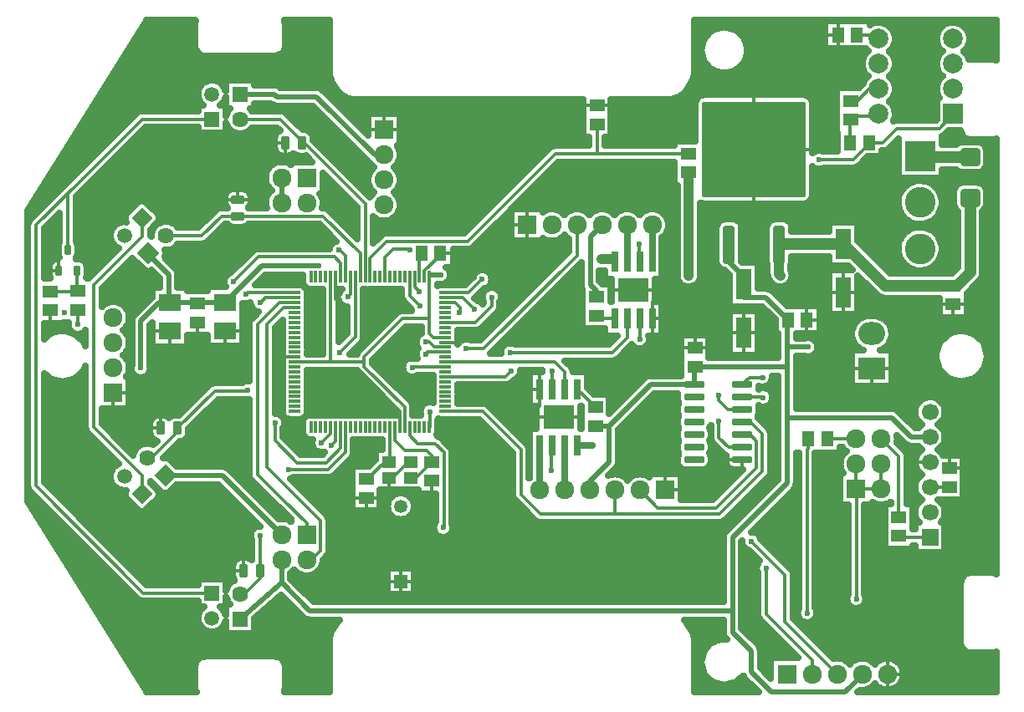
<source format=gbr>
G04 DipTrace 5.1.0.3*
G04 2 - Íèæíèé.gbr*
%MOMM*%
G04 #@! TF.FileFunction,Copper,L2,Bot*
G04 #@! TF.Part,Single*
%AMOUTLINE0*
4,1,28,
0.99997,0.56672,
1.00003,-0.56661,
0.98868,-0.65289,
0.95538,-0.73328,
0.90241,-0.80232,
0.83338,-0.8553,
0.75299,-0.8886,
0.66672,-0.89996,
-0.66662,-0.90004,
-0.75289,-0.88868,
-0.83329,-0.85539,
-0.90232,-0.80242,
-0.9553,-0.73339,
-0.98861,-0.65299,
-0.99997,-0.56672,
-1.00003,0.56661,
-0.98868,0.65289,
-0.95538,0.73328,
-0.90241,0.80232,
-0.83338,0.8553,
-0.75299,0.8886,
-0.66672,0.89996,
0.66662,0.90004,
0.75289,0.88868,
0.83329,0.85539,
0.90232,0.80242,
0.9553,0.73339,
0.98861,0.65299,
0.99997,0.56672,
0*%
%AMOUTLINE3*
4,1,28,
-0.99997,-0.56672,
-1.00003,0.56661,
-0.98868,0.65289,
-0.95538,0.73328,
-0.90241,0.80232,
-0.83338,0.8553,
-0.75299,0.8886,
-0.66672,0.89996,
0.66662,0.90004,
0.75289,0.88868,
0.83329,0.85539,
0.90232,0.80242,
0.9553,0.73339,
0.98861,0.65299,
0.99997,0.56672,
1.00003,-0.56661,
0.98868,-0.65289,
0.95538,-0.73328,
0.90241,-0.80232,
0.83338,-0.8553,
0.75299,-0.8886,
0.66672,-0.89996,
-0.66662,-0.90004,
-0.75289,-0.88868,
-0.83329,-0.85539,
-0.90232,-0.80242,
-0.9553,-0.73339,
-0.98861,-0.65299,
-0.99997,-0.56672,
0*%
%AMOUTLINE6*
4,1,4,
0.00002,-1.06066,
-1.06066,-0.00002,
-0.00002,1.06066,
1.06066,0.00002,
0.00002,-1.06066,
0*%
%AMOUTLINE9*
4,1,4,
1.06066,0.0,
0.0,-1.06066,
-1.06066,0.0,
0.0,1.06066,
1.06066,0.0,
0*%
%AMOUTLINE12*
4,1,28,
0.59987,1.66505,
0.60013,-1.66495,
0.59161,-1.72966,
0.56664,-1.78996,
0.52692,-1.84174,
0.47514,-1.88147,
0.41485,-1.90645,
0.35015,-1.91497,
-0.34985,-1.91503,
-0.41456,-1.90651,
-0.47486,-1.88154,
-0.52664,-1.84182,
-0.56637,-1.79004,
-0.59135,-1.72975,
-0.59987,-1.66505,
-0.60013,1.66495,
-0.59161,1.72966,
-0.56664,1.78996,
-0.52692,1.84174,
-0.47514,1.88147,
-0.41485,1.90645,
-0.35015,1.91497,
0.34985,1.91503,
0.41456,1.90651,
0.47486,1.88154,
0.52664,1.84182,
0.56637,1.79004,
0.59135,1.72975,
0.59987,1.66505,
0*%
%AMOUTLINE15*
4,1,28,
-5.26965,-4.6154,
-5.27035,4.6146,
-5.26184,4.6793,
-5.23687,4.7396,
-5.19714,4.79138,
-5.14537,4.83111,
-5.08507,4.85609,
-5.02037,4.86462,
5.01963,4.86538,
5.08433,4.85687,
5.14463,4.8319,
5.19641,4.79217,
5.23614,4.7404,
5.26112,4.6801,
5.26965,4.6154,
5.27035,-4.6146,
5.26184,-4.6793,
5.23687,-4.7396,
5.19714,-4.79138,
5.14537,-4.83111,
5.08507,-4.85609,
5.02037,-4.86462,
-5.01963,-4.86538,
-5.08433,-4.85687,
-5.14463,-4.8319,
-5.19641,-4.79217,
-5.23614,-4.7404,
-5.26112,-4.6801,
-5.26965,-4.6154,
0*%
%AMOUTLINE18*
4,1,4,
0.0,1.14551,
1.14551,0.0,
0.0,-1.14551,
-1.14551,0.0,
0.0,1.14551,
0*%
%AMOUTLINE21*
4,1,4,
1.14551,0.00003,
0.00003,-1.14551,
-1.14551,-0.00003,
-0.00003,1.14551,
1.14551,0.00003,
0*%
%AMOUTLINE24*
4,1,28,
-0.155,0.505,
0.155,0.505,
0.19382,0.49989,
0.23,0.4849,
0.26107,0.46107,
0.2849,0.43,
0.29989,0.39382,
0.305,0.355,
0.305,-0.355,
0.29989,-0.39382,
0.2849,-0.43,
0.26107,-0.46107,
0.23,-0.4849,
0.19382,-0.49989,
0.155,-0.505,
-0.155,-0.505,
-0.19382,-0.49989,
-0.23,-0.4849,
-0.26107,-0.46107,
-0.2849,-0.43,
-0.29989,-0.39382,
-0.305,-0.355,
-0.305,0.355,
-0.29989,0.39382,
-0.2849,0.43,
-0.26107,0.46107,
-0.23,0.4849,
-0.19382,0.49989,
-0.155,0.505,
0*%
%AMOUTLINE27*
4,1,28,
0.155,-0.505,
-0.155,-0.505,
-0.19382,-0.49989,
-0.23,-0.4849,
-0.26107,-0.46107,
-0.2849,-0.43,
-0.29989,-0.39382,
-0.305,-0.355,
-0.305,0.355,
-0.29989,0.39382,
-0.2849,0.43,
-0.26107,0.46107,
-0.23,0.4849,
-0.19382,0.49989,
-0.155,0.505,
0.155,0.505,
0.19382,0.49989,
0.23,0.4849,
0.26107,0.46107,
0.2849,0.43,
0.29989,0.39382,
0.305,0.355,
0.305,-0.355,
0.29989,-0.39382,
0.2849,-0.43,
0.26107,-0.46107,
0.23,-0.4849,
0.19382,-0.49989,
0.155,-0.505,
0*%
%AMOUTLINE36*
4,1,28,
-0.22002,0.65999,
0.21998,0.66001,
0.27692,0.65251,
0.32998,0.63054,
0.37555,0.59557,
0.41051,0.55001,
0.43249,0.49695,
0.43999,0.44001,
0.44001,-0.43999,
0.43252,-0.49693,
0.41054,-0.54999,
0.37558,-0.59555,
0.33002,-0.63052,
0.27696,-0.6525,
0.22002,-0.65999,
-0.21998,-0.66001,
-0.27692,-0.65251,
-0.32998,-0.63054,
-0.37555,-0.59557,
-0.41051,-0.55001,
-0.43249,-0.49695,
-0.43999,-0.44001,
-0.44001,0.43999,
-0.43252,0.49693,
-0.41054,0.54999,
-0.37558,0.59555,
-0.33002,0.63052,
-0.27696,0.6525,
-0.22002,0.65999,
0*%
%AMOUTLINE39*
4,1,28,
0.22002,-0.65999,
-0.21998,-0.66001,
-0.27692,-0.65251,
-0.32998,-0.63054,
-0.37555,-0.59557,
-0.41051,-0.55001,
-0.43249,-0.49695,
-0.43999,-0.44001,
-0.44001,0.43999,
-0.43252,0.49693,
-0.41054,0.54999,
-0.37558,0.59555,
-0.33002,0.63052,
-0.27696,0.6525,
-0.22002,0.65999,
0.21998,0.66001,
0.27692,0.65251,
0.32998,0.63054,
0.37555,0.59557,
0.41051,0.55001,
0.43249,0.49695,
0.43999,0.44001,
0.44001,-0.43999,
0.43252,-0.49693,
0.41054,-0.54999,
0.37558,-0.59555,
0.33002,-0.63052,
0.27696,-0.6525,
0.22002,-0.65999,
0*%
%AMOUTLINE42*
4,1,28,
0.65999,0.22003,
0.66001,-0.21997,
0.65251,-0.27691,
0.63054,-0.32997,
0.59558,-0.37554,
0.55002,-0.4105,
0.49696,-0.43248,
0.44002,-0.43998,
-0.43998,-0.44002,
-0.49692,-0.43252,
-0.54998,-0.41055,
-0.59555,-0.37559,
-0.63051,-0.33003,
-0.65249,-0.27697,
-0.65999,-0.22003,
-0.66001,0.21997,
-0.65251,0.27691,
-0.63054,0.32997,
-0.59558,0.37554,
-0.55002,0.4105,
-0.49696,0.43248,
-0.44002,0.43998,
0.43998,0.44002,
0.49692,0.43252,
0.54998,0.41055,
0.59555,0.37559,
0.63051,0.33003,
0.65249,0.27697,
0.65999,0.22003,
0*%
%AMOUTLINE45*
4,1,28,
-0.65999,-0.22003,
-0.66001,0.21997,
-0.65251,0.27691,
-0.63054,0.32997,
-0.59558,0.37554,
-0.55002,0.4105,
-0.49696,0.43248,
-0.44002,0.43998,
0.43998,0.44002,
0.49692,0.43252,
0.54998,0.41055,
0.59555,0.37559,
0.63051,0.33003,
0.65249,0.27697,
0.65999,0.22003,
0.66001,-0.21997,
0.65251,-0.27691,
0.63054,-0.32997,
0.59558,-0.37554,
0.55002,-0.4105,
0.49696,-0.43248,
0.44002,-0.43998,
-0.43998,-0.44002,
-0.49692,-0.43252,
-0.54998,-0.41055,
-0.59555,-0.37559,
-0.63051,-0.33003,
-0.65249,-0.27697,
-0.65999,-0.22003,
0*%
%AMOUTLINE48*
4,1,28,
-0.585,-0.07,
-0.585,0.07,
-0.58227,0.09071,
-0.57428,0.11,
-0.56157,0.12657,
-0.545,0.13928,
-0.52571,0.14727,
-0.505,0.15,
0.505,0.15,
0.52571,0.14727,
0.545,0.13928,
0.56157,0.12657,
0.57428,0.11,
0.58227,0.09071,
0.585,0.07,
0.585,-0.07,
0.58227,-0.09071,
0.57428,-0.11,
0.56157,-0.12657,
0.545,-0.13928,
0.52571,-0.14727,
0.505,-0.15,
-0.505,-0.15,
-0.52571,-0.14727,
-0.545,-0.13928,
-0.56157,-0.12657,
-0.57428,-0.11,
-0.58227,-0.09071,
-0.585,-0.07,
0*%
%AMOUTLINE51*
4,1,28,
-0.07,0.585,
0.07,0.585,
0.09071,0.58227,
0.11,0.57428,
0.12657,0.56157,
0.13928,0.545,
0.14727,0.52571,
0.15,0.505,
0.15,-0.505,
0.14727,-0.52571,
0.13928,-0.545,
0.12657,-0.56157,
0.11,-0.57428,
0.09071,-0.58227,
0.07,-0.585,
-0.07,-0.585,
-0.09071,-0.58227,
-0.11,-0.57428,
-0.12657,-0.56157,
-0.13928,-0.545,
-0.14727,-0.52571,
-0.15,-0.505,
-0.15,0.505,
-0.14727,0.52571,
-0.13928,0.545,
-0.12657,0.56157,
-0.11,0.57428,
-0.09071,0.58227,
-0.07,0.585,
0*%
%AMOUTLINE54*
4,1,28,
0.585,0.07,
0.585,-0.07,
0.58227,-0.09071,
0.57428,-0.11,
0.56157,-0.12657,
0.545,-0.13928,
0.52571,-0.14727,
0.505,-0.15,
-0.505,-0.15,
-0.52571,-0.14727,
-0.545,-0.13928,
-0.56157,-0.12657,
-0.57428,-0.11,
-0.58227,-0.09071,
-0.585,-0.07,
-0.585,0.07,
-0.58227,0.09071,
-0.57428,0.11,
-0.56157,0.12657,
-0.545,0.13928,
-0.52571,0.14727,
-0.505,0.15,
0.505,0.15,
0.52571,0.14727,
0.545,0.13928,
0.56157,0.12657,
0.57428,0.11,
0.58227,0.09071,
0.585,0.07,
0*%
%AMOUTLINE57*
4,1,28,
0.07,-0.585,
-0.07,-0.585,
-0.09071,-0.58227,
-0.11,-0.57428,
-0.12657,-0.56157,
-0.13928,-0.545,
-0.14727,-0.52571,
-0.15,-0.505,
-0.15,0.505,
-0.14727,0.52571,
-0.13928,0.545,
-0.12657,0.56157,
-0.11,0.57428,
-0.09071,0.58227,
-0.07,0.585,
0.07,0.585,
0.09071,0.58227,
0.11,0.57428,
0.12657,0.56157,
0.13928,0.545,
0.14727,0.52571,
0.15,0.505,
0.15,-0.505,
0.14727,-0.52571,
0.13928,-0.545,
0.12657,-0.56157,
0.11,-0.57428,
0.09071,-0.58227,
0.07,-0.585,
0*%
%AMOUTLINE60*
4,1,28,
-1.025,-0.165,
-1.025,0.165,
-1.01955,0.20641,
-1.00356,0.245,
-0.97814,0.27814,
-0.945,0.30356,
-0.90641,0.31955,
-0.865,0.325,
0.865,0.325,
0.90641,0.31955,
0.945,0.30356,
0.97814,0.27814,
1.00356,0.245,
1.01955,0.20641,
1.025,0.165,
1.025,-0.165,
1.01955,-0.20641,
1.00356,-0.245,
0.97814,-0.27814,
0.945,-0.30356,
0.90641,-0.31955,
0.865,-0.325,
-0.865,-0.325,
-0.90641,-0.31955,
-0.945,-0.30356,
-0.97814,-0.27814,
-1.00356,-0.245,
-1.01955,-0.20641,
-1.025,-0.165,
0*%
%AMOUTLINE63*
4,1,28,
1.025,0.165,
1.025,-0.165,
1.01955,-0.20641,
1.00356,-0.245,
0.97814,-0.27814,
0.945,-0.30356,
0.90641,-0.31955,
0.865,-0.325,
-0.865,-0.325,
-0.90641,-0.31955,
-0.945,-0.30356,
-0.97814,-0.27814,
-1.00356,-0.245,
-1.01955,-0.20641,
-1.025,-0.165,
-1.025,0.165,
-1.01955,0.20641,
-1.00356,0.245,
-0.97814,0.27814,
-0.945,0.30356,
-0.90641,0.31955,
-0.865,0.325,
0.865,0.325,
0.90641,0.31955,
0.945,0.30356,
0.97814,0.27814,
1.00356,0.245,
1.01955,0.20641,
1.025,0.165,
0*%
G04 #@! TA.AperFunction,Conductor*
%ADD14C,0.5*%
%ADD15C,0.3*%
G04 #@! TA.AperFunction,CopperBalancing*
%ADD16C,0.33*%
G04 #@! TA.AperFunction,Conductor*
%ADD17C,0.7*%
%ADD18C,1.2*%
%ADD19C,1.016*%
G04 #@! TA.AperFunction,CopperBalancing*
%ADD20C,0.635*%
G04 #@! TA.AperFunction,ComponentPad*
%ADD22R,2.7X2.3*%
%ADD23O,2.7X2.3*%
%ADD24R,1.7X1.7*%
%ADD25C,1.7*%
%ADD26R,1.92X1.92*%
%ADD27C,1.92*%
%ADD28R,1.3X1.5*%
%ADD29R,1.5X1.3*%
%ADD30R,1.6X3.15*%
%ADD31R,2.25X1.8*%
G04 #@! TA.AperFunction,ComponentPad*
%ADD32R,1.5X1.5*%
%ADD33C,1.5*%
%ADD36R,1.35X1.35*%
%ADD37C,1.35*%
%ADD38C,1.62*%
%ADD39R,1.62X1.62*%
%ADD41R,2.0X2.0*%
%ADD42C,2.0*%
%ADD43R,3.1X3.1*%
%ADD44C,3.1*%
%ADD45R,0.7X2.15*%
%ADD46R,3.1X2.4*%
%ADD47R,1.4X1.15*%
G04 #@! TA.AperFunction,ViaPad*
%ADD48C,0.6*%
%ADD111OUTLINE0*%
%ADD114OUTLINE3*%
G04 #@! TA.AperFunction,ComponentPad*
%ADD117OUTLINE6*%
%ADD120OUTLINE9*%
%ADD123OUTLINE12*%
%ADD126OUTLINE15*%
G04 #@! TA.AperFunction,ComponentPad*
%ADD129OUTLINE18*%
%ADD132OUTLINE21*%
%ADD135OUTLINE24*%
%ADD138OUTLINE27*%
%ADD147OUTLINE36*%
%ADD150OUTLINE39*%
%ADD153OUTLINE42*%
%ADD156OUTLINE45*%
%ADD159OUTLINE48*%
%ADD162OUTLINE51*%
%ADD165OUTLINE54*%
%ADD168OUTLINE57*%
%ADD171OUTLINE60*%
%ADD174OUTLINE63*%
%FSLAX35Y35*%
G04*
G71*
G90*
G75*
G01*
G04 Bottom*
%LPD*%
X8794650Y4869157D2*
D14*
X8569267Y5094540D1*
X8346957D1*
Y5225480D1*
X3802710Y4440603D2*
D15*
X4165210D1*
Y5303103D1*
X5327710Y4690603D2*
X5208463D1*
X5165877Y4733190D1*
Y4877980D1*
X4892997D1*
X4506367Y4491350D1*
Y4438163D1*
Y4395037D1*
X4915210Y3986193D1*
Y3778103D1*
X5165210Y5303103D2*
X5165877D1*
Y4877980D1*
X5281537Y5321363D2*
D14*
X5278627Y5324273D1*
X5181747D1*
D15*
X5165210Y5307737D1*
Y5303103D1*
X8346957Y5225480D2*
D14*
Y5304023D1*
X8195273Y5455707D1*
Y5630983D1*
X6843757Y3790367D2*
X6986327D1*
Y3429703D1*
X6788610Y3231987D1*
Y3142587D1*
X7852163Y4391620D2*
X7845293Y4384750D1*
Y4209037D1*
X7852163Y4391620D2*
X8786177D1*
Y3876783D1*
X9843417D1*
X10040230Y3679970D1*
X10231100D1*
X6855117Y5098737D2*
Y5159983D1*
X6792547Y5222553D1*
Y5707740D1*
X6912753Y5827947D1*
X2537833Y5041263D2*
X2813130D1*
X2821530Y5032863D1*
X2835030Y5046363D1*
X3097327D1*
X2537833Y5041263D2*
X2526837Y5030267D1*
Y5324963D1*
X2319237Y5532563D1*
Y5539460D1*
X3097327Y5046363D2*
X3468027Y5417063D1*
X4043737D1*
X8786177Y3876783D2*
Y3213707D1*
X8234020Y2661550D1*
Y1919063D1*
Y1702280D1*
X8422707Y1513593D1*
Y1301280D1*
X8625433Y1098553D1*
X9372703D1*
X9544630Y1270480D1*
Y1278540D1*
X7845293Y4209037D2*
X7404997D1*
X6986327Y3790367D1*
X8794650Y4869157D2*
X8786177Y4860683D1*
Y4592990D1*
Y4391620D1*
X3670237Y6306663D2*
Y6052663D1*
X3249133Y7151863D2*
X3594547D1*
X3619847Y7126563D1*
X4022340D1*
X4609240Y6539663D1*
X4705250D1*
X8234020Y1919063D2*
X3955337D1*
X3670283Y2204117D1*
Y2436727D1*
X3249140Y1838063D2*
X3670283Y2204117D1*
X8786177Y4592990D2*
X8996737Y4590463D1*
X4165210Y4440603D2*
D15*
X4506367Y4438163D1*
X3670277Y2690727D2*
D14*
X3070543Y3290460D1*
X2491537D1*
X2537833Y5041263D2*
X2432137D1*
X2244937Y4854063D1*
Y4379863D1*
X7787753Y6549873D2*
D16*
X6860553D1*
X6437983D1*
D15*
X5552127Y5664017D1*
X4734090D1*
X4565210Y5495137D1*
Y5303103D1*
X6860553Y6847857D2*
D16*
Y6549873D1*
X4989157Y4384303D2*
D15*
Y4390603D1*
X5327710D1*
X3802710Y4990603D2*
D16*
X3686077D1*
X3520437Y4824963D1*
Y3372820D1*
X4060973Y2832283D1*
Y2530103D1*
X3967603Y2436733D1*
X3924283D1*
X3802710Y5040603D2*
D15*
X3644577D1*
X3423937Y4819963D1*
D16*
Y3300063D1*
X3686327Y3037673D1*
X3690330D1*
X3924277Y2803727D1*
Y2690733D1*
X3450663Y5042003D2*
D15*
X3456740D1*
X3505340Y5090603D1*
X3802710D1*
X3309220Y5126273D2*
X3323550Y5140603D1*
X3802710D1*
X8987910Y1896240D2*
D16*
X8985617D1*
Y3550987D1*
X8999357Y3564727D1*
Y3659290D1*
X9189357Y3659300D2*
X9190223Y3660167D1*
X9484710D1*
X4315210Y5303103D2*
D15*
Y5514990D1*
X4256537Y5573663D1*
X4251337D1*
X1605440Y4967963D2*
D16*
X1610537Y4962867D1*
Y4819763D1*
X4265210Y5303103D2*
D15*
Y5442890D1*
D16*
X4203637Y5504463D1*
X3432137D1*
X3182037Y5254363D1*
X9422730Y6662143D2*
Y6876153D1*
X9475417Y6928840D1*
X9710457D1*
Y6953527D1*
X9422730Y6662143D2*
Y6895353D1*
X9429070D1*
X9429063Y7085353D2*
X9498107D1*
X9620280Y7207527D1*
X9710447D1*
X9612730Y6662157D2*
Y6649130D1*
X9452463Y6488863D1*
X9111640D1*
X4963737Y5574463D2*
D15*
X4956693Y5581507D1*
X4797867D1*
X4715210Y5498850D1*
Y5303103D1*
X10464707Y6953553D2*
D16*
X10449597Y6938443D1*
Y6931640D1*
X10323707Y6805750D1*
X9895953D1*
X9752360Y6662157D1*
X9612730D1*
X3802710Y4490603D2*
D15*
X3609607D1*
X5273207Y5542037D2*
Y5519633D1*
X5115210Y5361637D1*
Y5303103D1*
X5327710Y4640603D2*
X5432757D1*
D16*
X5523280Y4731127D1*
X4215210Y5303103D2*
D15*
Y5130163D1*
D16*
Y5078050D1*
X4248180Y5045080D1*
X4865210Y3778103D2*
D15*
Y3944010D1*
D16*
X4772153Y4037067D1*
X4754947Y3266930D2*
Y3227680D1*
X4954193Y3426927D1*
X4974947D1*
X8332293Y3701037D2*
X8414997D1*
X8476253Y3639780D1*
Y3369997D1*
X8069653Y2963397D1*
X7475810D1*
X7296610Y3142600D1*
X7042610Y3142593D2*
Y2896633D1*
X6292697D1*
X6089917Y3099413D1*
D15*
Y3550983D1*
X5700297Y3940603D1*
X5327710D1*
X8332293Y3828037D2*
D16*
X8417070D1*
X8533990Y3711117D1*
Y3330820D1*
X8100567Y2897397D1*
X7042610D1*
Y3142593D1*
X8096110Y3844457D2*
Y3672990D1*
X8195063Y3574037D1*
X8332293D1*
X5327710Y4840603D2*
D15*
X5630730D1*
X5797057Y5006930D1*
Y5097797D1*
X6534627Y3591230D2*
D17*
Y3142600D1*
X6534610Y3142580D1*
X6280627Y3591230D2*
Y3142593D1*
X6280610Y3142577D1*
X5327710Y4440603D2*
D15*
X5528550D1*
D16*
X6433407D1*
X6534627Y4339383D1*
Y4166230D1*
X5069007Y5007710D2*
D15*
X4965210Y5111507D1*
Y5303103D1*
X6404313Y4352233D2*
D16*
X6407627Y4348920D1*
Y4166230D1*
X4524537Y3252263D2*
X4535037D1*
X4709700Y3426927D1*
X4754947D1*
X4720317Y3392297D1*
X4715607D1*
D15*
X4765210Y3441900D1*
Y3778103D1*
X4974947Y3266930D2*
D16*
X5031243D1*
X5189693Y3425380D1*
Y3492180D1*
D15*
X5134807Y3547067D1*
X4918133D1*
X4815210Y3649990D1*
Y3778103D1*
X2311933Y3470067D2*
D16*
X2354540D1*
X2629690Y3745217D1*
X2615737Y3759170D1*
Y3769567D1*
X2991910Y4145740D1*
X3319013D1*
X3326537Y4153263D1*
X4337210Y5098063D2*
D15*
X4365210Y5126063D1*
Y5303103D1*
X3227140Y5916963D2*
D16*
X3059537D1*
X2861643Y5719070D1*
X2498837D1*
X3227140Y5916963D2*
X4088537D1*
X4465210Y5540290D1*
Y5450517D1*
D15*
Y5303103D1*
X3453537Y2326967D2*
D16*
Y2251563D1*
X3294037Y2092063D1*
X3249133D1*
X4415210Y5303103D2*
D15*
Y4906590D1*
D16*
Y4694337D1*
X4248137Y4527263D1*
X4254837Y4531263D1*
X3453537Y2326967D2*
X3454137Y2327567D1*
Y2682663D1*
X3249140Y6897863D2*
X3659537D1*
X3876537Y6680863D1*
Y6659467D1*
X3900033D1*
X4515210Y6044290D1*
Y5450637D1*
D15*
Y5303103D1*
X5305037Y2762763D2*
X5311473Y2756327D1*
Y3524830D1*
X5222840Y3613463D1*
X5048237D1*
X4965210Y3696490D1*
Y3778103D1*
X9738710Y3406167D2*
D16*
Y3152167D1*
X9484710D2*
Y3406167D1*
Y3152167D2*
X9484890Y3151987D1*
Y2039627D1*
X9484710Y3152167D2*
X9738710D1*
X8332293Y4082037D2*
X8540850D1*
X8541827Y4081060D1*
X8332293Y4209037D2*
X8405147Y4281890D1*
X8536610D1*
X6658753Y5827940D2*
Y5521123D1*
X5714873Y4577243D1*
X5537090D1*
X5167660Y3937187D2*
D15*
Y3780553D1*
X5165210Y3778103D1*
X8088493Y4100540D2*
D16*
Y4054463D1*
X8187920Y3955037D1*
X8332293D1*
X5327710Y5140603D2*
D15*
X5563873D1*
X5700217Y5276947D1*
X7165167Y5455840D2*
D17*
Y5826367D1*
X7166753Y5827953D1*
X7419167Y5455840D2*
Y5826373D1*
X7420753Y5827963D1*
X5327710Y4290603D2*
D15*
X5935277D1*
X5989273Y4344600D1*
Y4348937D1*
X7165167Y4880840D2*
D16*
Y4684810D1*
X7016747Y4536390D1*
X5984927D1*
X5065090Y5155203D2*
D15*
X5015210Y5205083D1*
Y5303103D1*
X7292167Y4880840D2*
D16*
Y4672773D1*
X7294080Y4670860D1*
X4072037Y3622363D2*
D15*
X4165210Y3715537D1*
Y3778103D1*
X5126937Y4518663D2*
X5148877Y4540603D1*
X5327710D1*
Y5040603D2*
X5425400D1*
X5473540Y4992463D1*
Y4958013D1*
X5470010Y4954483D1*
Y4939403D1*
X9290630Y1278540D2*
D16*
X8763050Y1806120D1*
Y2285937D1*
X8425387Y2623600D1*
X4315210Y3778103D2*
D15*
Y3527937D1*
X4137737Y3350463D1*
X3742937D1*
X4265210Y3778103D2*
Y3567137D1*
X4117627Y3419553D1*
X3827203D1*
X3601793Y3644963D1*
Y3824337D1*
X9738710Y3660167D2*
D16*
X9915980Y3482897D1*
Y2867387D1*
X10231117Y3171970D2*
X10233600Y3174453D1*
X10424950D1*
X4175337Y3593363D2*
D15*
X4215210Y3633237D1*
Y3778103D1*
X5127337Y4640763D2*
X5161290D1*
X5211450Y4590603D1*
X5327710D1*
Y5090603D2*
X5503737D1*
X5621410Y4972930D1*
X9036630Y1278540D2*
D16*
Y1419070D1*
X8571453Y1884247D1*
Y2351313D1*
X6905420Y5479823D2*
D19*
X7014183D1*
D17*
X7038167Y5455840D1*
X7790143Y5317050D2*
D19*
Y6357490D1*
X7787760Y6359873D1*
X10636737Y6104620D2*
D18*
Y5348033D1*
X10501300Y5212597D1*
X10464987D1*
X9355897Y5636023D2*
X9779323Y5212597D1*
X10464987D1*
X9355897Y5636023D2*
X8708277D1*
X8703273Y5631023D1*
D19*
Y5332843D1*
X8718077Y5318040D1*
X6661627Y3591230D2*
D17*
X6817133Y3592320D1*
X5065210Y5303103D2*
D15*
Y5524033D1*
X5083207Y5542030D1*
X7291223Y5638307D2*
D16*
Y5456783D1*
X7292167Y5455840D1*
X6407627Y3591230D2*
X6395837Y3579440D1*
Y3339270D1*
X6661627Y4166230D2*
X6843757Y3984100D1*
Y3980367D1*
X6855117Y4908737D2*
X6883013Y4880840D1*
X7038167D1*
X1324333Y5153763D2*
X1605433D1*
Y5157963D1*
X1601637Y5368563D2*
Y5157963D1*
X1605433D1*
X10129747Y6526743D2*
D18*
X10139870Y6516620D1*
X10636713D1*
X9710430Y7715527D2*
D16*
X9669830Y7756127D1*
X9490753D1*
X2964630Y2100163D2*
X2270737D1*
X1184537Y3186363D1*
Y5827963D1*
X1563337Y6206763D1*
X2256737Y6900163D1*
X2964640D1*
X1506637Y5579563D2*
Y6150063D1*
X1563337Y6206763D1*
X2258043Y3100763D2*
Y3287157D1*
X1767237Y3777963D1*
Y5220163D1*
X2258040Y5710967D1*
Y5900567D1*
X9915987Y2677387D2*
X9929403Y2663970D1*
X10231133D1*
D48*
X9111640Y6488863D3*
X4337210Y5098063D3*
X5305037Y2762763D3*
X4963737Y5574463D3*
X4251337Y5573663D3*
X3601793Y3824337D3*
X3742937Y3350463D3*
X8996737Y4590463D3*
X3326537Y4153263D3*
X3309220Y5126273D3*
X5281537Y5321363D3*
X7294080Y4670860D3*
X5470010Y4939403D3*
X5621410Y4972930D3*
X4989157Y4384303D3*
X4400137Y5911863D3*
X6404313Y4352233D3*
X2110437Y7157563D3*
X6905420Y5479823D3*
X5989273Y4348937D3*
X5984927Y4536390D3*
X5069007Y5007710D3*
X5065090Y5155203D3*
X7291223Y5638307D3*
X4254837Y4531263D3*
X6817133Y3592320D3*
X6395837Y3339270D3*
X8718077Y5318040D3*
X8096110Y3844457D3*
X5797057Y5097797D3*
X8088493Y4100540D3*
X5700217Y5276947D3*
X8536610Y4281890D3*
X8541827Y4081060D3*
X5537090Y4577243D3*
X5167660Y3937187D3*
X4175337Y3593363D3*
X4072037Y3622363D3*
X5127337Y4640763D3*
X5126937Y4518663D3*
X4043737Y5417063D3*
X7790143Y5317050D3*
X9484890Y2039627D3*
X3450663Y5042003D3*
X3454137Y2682663D3*
X3200737Y5731763D3*
X8848503Y2423967D3*
X4184280Y4206917D3*
X8054853Y2572917D3*
X9188503Y1902193D3*
X4025980Y2252197D3*
X7178117Y4358460D3*
X7472197Y6848897D3*
X10752533Y7733393D3*
X8095390Y5132460D3*
X5118687Y6436840D3*
X3904137Y7003963D3*
X6420017Y4957997D3*
X1616727Y4183537D3*
X4001137Y4579963D3*
X5054347Y4116047D3*
X5999547Y2285323D3*
X4036937Y3160063D3*
X8571453Y2351313D3*
X8987910Y1896240D3*
X8425387Y2623600D3*
X7989437Y5831763D3*
X2735637Y5395163D3*
X4054037Y5724663D3*
X4603637Y4834863D3*
X2327837Y5157163D3*
X1467437Y4938663D3*
X3046437Y3666663D3*
X2244937Y4379863D3*
X3182037Y5254363D3*
X1610537Y4819763D3*
X8021337Y1725863D3*
X8451637Y1723163D3*
X2183637Y1702563D3*
X2271063Y7839083D2*
D20*
X2785687D1*
X3714312D2*
X4145902D1*
X7854110D2*
X9163571D1*
X9827417D2*
X10347738D1*
X10581740D2*
X10895889D1*
X2231597Y7775917D2*
X2785687D1*
X3714312D2*
X4145902D1*
X7854110D2*
X7996130D1*
X8303869D2*
X9163571D1*
X9871258D2*
X10303897D1*
X10625536D2*
X10895889D1*
X2192131Y7712750D2*
X2785687D1*
X3714312D2*
X4145902D1*
X7854110D2*
X7939847D1*
X8360151D2*
X9163571D1*
X9882606D2*
X10292549D1*
X10636929D2*
X10895889D1*
X2152664Y7649583D2*
X2785687D1*
X3714312D2*
X4145902D1*
X7854110D2*
X7920160D1*
X8379839D2*
X9163571D1*
X9868980D2*
X10306221D1*
X10623257D2*
X10895889D1*
X2113198Y7586417D2*
X2806423D1*
X3693576D2*
X4145902D1*
X7854110D2*
X7911546D1*
X8388452D2*
X9594964D1*
X9825913D2*
X10349242D1*
X10580236D2*
X10895889D1*
X2073732Y7523250D2*
X4145902D1*
X7854110D2*
X7927451D1*
X8372547D2*
X9550166D1*
X9870711D2*
X10304444D1*
X10625034D2*
X10895889D1*
X2034220Y7460083D2*
X4145902D1*
X7854110D2*
X7960173D1*
X8339871D2*
X9538226D1*
X9882651D2*
X10292549D1*
X1994754Y7396917D2*
X4145902D1*
X7854110D2*
X8029580D1*
X8270418D2*
X9551351D1*
X9869526D2*
X10305674D1*
X1955288Y7333750D2*
X4151553D1*
X7848413D2*
X9596514D1*
X9824364D2*
X10350746D1*
X1915822Y7270583D2*
X2879020D1*
X3050269D2*
X3095948D1*
X3402319D2*
X4179125D1*
X7820887D2*
X9550713D1*
X9870210D2*
X10304945D1*
X1876356Y7207417D2*
X2827888D1*
X4070099D2*
X4221234D1*
X7778823D2*
X9281879D1*
X9882651D2*
X10292504D1*
X1836890Y7144250D2*
X2817770D1*
X4139507D2*
X4275010D1*
X7725002D2*
X7913962D1*
X8984637D2*
X9281879D1*
X9870119D2*
X10305036D1*
X1797424Y7081083D2*
X2837868D1*
X4202671D2*
X6713343D1*
X7007730D2*
X7853076D1*
X9045249D2*
X9281879D1*
X9824136D2*
X10292504D1*
X1757957Y7017917D2*
X2817451D1*
X3402319D2*
X3996149D1*
X4265835D2*
X6713343D1*
X7007730D2*
X7849977D1*
X9048348D2*
X9281879D1*
X9869663D2*
X10292504D1*
X1718491Y6954750D2*
X2188500D1*
X3725477D2*
X4059313D1*
X4328999D2*
X4537054D1*
X4873413D2*
X6713343D1*
X7007775D2*
X7849977D1*
X9048394D2*
X9281879D1*
X9882651D2*
X10292504D1*
X1679025Y6891583D2*
X2125336D1*
X3788641D2*
X4122477D1*
X4392163D2*
X4537054D1*
X4873413D2*
X6713343D1*
X7007775D2*
X7849977D1*
X9048394D2*
X9281879D1*
X9870666D2*
X10286716D1*
X1639559Y6828417D2*
X2062171D1*
X3851805D2*
X4185642D1*
X4455327D2*
X4537054D1*
X4873413D2*
X6713343D1*
X7007775D2*
X7849977D1*
X9048394D2*
X9281879D1*
X1600047Y6765250D2*
X1999007D1*
X2244631D2*
X2817451D1*
X3111838D2*
X3179711D1*
X3318556D2*
X3616755D1*
X3967332D2*
X4248806D1*
X4873413D2*
X6713343D1*
X7007775D2*
X7849977D1*
X9048394D2*
X9281879D1*
X10406011D2*
X10541468D1*
X1560581Y6702083D2*
X1935843D1*
X2181467D2*
X3591325D1*
X3992717D2*
X4311970D1*
X4873413D2*
X6771859D1*
X6949260D2*
X7849977D1*
X9048394D2*
X9285524D1*
X10356929D2*
X10598207D1*
X1521115Y6638917D2*
X1872679D1*
X2118302D2*
X3591325D1*
X4043394D2*
X4375134D1*
X4873413D2*
X6771859D1*
X6949260D2*
X7640570D1*
X9048394D2*
X9285524D1*
X9851935D2*
X9902536D1*
X10784084D2*
X10895889D1*
X1481649Y6575750D2*
X1809515D1*
X2055138D2*
X3600804D1*
X4106558D2*
X4438343D1*
X4869357D2*
X6343155D1*
X9158452D2*
X9285524D1*
X9749943D2*
X9902536D1*
X10808875D2*
X10895889D1*
X1442183Y6512583D2*
X1746351D1*
X1991974D2*
X3924099D1*
X4169722D2*
X4501507D1*
X4871180D2*
X6279991D1*
X9599006D2*
X9902536D1*
X10808921D2*
X10895889D1*
X1402717Y6449417D2*
X1683187D1*
X1928810D2*
X3587634D1*
X4232886D2*
X4564535D1*
X4845933D2*
X6216826D1*
X6458211D2*
X7640570D1*
X9535842D2*
X9902536D1*
X10808374D2*
X10895889D1*
X1363250Y6386250D2*
X1620023D1*
X1865646D2*
X3522966D1*
X4296050D2*
X4572100D1*
X4838413D2*
X6153662D1*
X6395047D2*
X7640570D1*
X9048439D2*
X9902536D1*
X10356929D2*
X10497308D1*
X10776108D2*
X10895889D1*
X1323784Y6323083D2*
X1556859D1*
X1802482D2*
X3502868D1*
X4359214D2*
X4541429D1*
X4869084D2*
X6090498D1*
X6331883D2*
X7640570D1*
X9048439D2*
X9902536D1*
X10356929D2*
X10895889D1*
X1284318Y6259917D2*
X1493695D1*
X1739318D2*
X3508929D1*
X4092430D2*
X4176755D1*
X4422378D2*
X4539105D1*
X4871408D2*
X6027334D1*
X6268719D2*
X7640570D1*
X9048439D2*
X10036839D1*
X10222671D2*
X10553272D1*
X10720236D2*
X10895889D1*
X1244852Y6196750D2*
X1430531D1*
X1676154D2*
X3545069D1*
X4092430D2*
X4239919D1*
X4485542D2*
X4563669D1*
X4846844D2*
X5964170D1*
X6205555D2*
X7667139D1*
X9048439D2*
X9952575D1*
X10306890D2*
X10471104D1*
X10802358D2*
X10895889D1*
X1205340Y6133583D2*
X1367367D1*
X1612990D2*
X3092757D1*
X3361532D2*
X3523695D1*
X4070737D2*
X4303129D1*
X4837365D2*
X5901006D1*
X6142391D2*
X7667139D1*
X9048439D2*
X9916345D1*
X10343166D2*
X10464541D1*
X10808921D2*
X10895889D1*
X1165874Y6070417D2*
X1304157D1*
X1595353D2*
X2235303D1*
X2280770D2*
X3088929D1*
X3365314D2*
X3503005D1*
X4091473D2*
X4366293D1*
X4868765D2*
X5837842D1*
X6079227D2*
X7667139D1*
X9021961D2*
X9902992D1*
X10356519D2*
X10464541D1*
X10808921D2*
X10895889D1*
X1126408Y6007250D2*
X1240993D1*
X1595353D2*
X2159196D1*
X2356922D2*
X3109711D1*
X3344579D2*
X3508519D1*
X4085913D2*
X4426494D1*
X4871636D2*
X5774678D1*
X6016063D2*
X7667139D1*
X7913127D2*
X9908142D1*
X10351323D2*
X10473291D1*
X10800217D2*
X10895889D1*
X1104123Y5944083D2*
X1177829D1*
X1595353D2*
X2096214D1*
X2419858D2*
X2963832D1*
X4184214D2*
X4426494D1*
X4847756D2*
X5711514D1*
X7539839D2*
X7667139D1*
X7913127D2*
X9933435D1*
X10326030D2*
X10504554D1*
X10768954D2*
X10895889D1*
X1360288Y5880917D2*
X1417953D1*
X1595353D2*
X2082770D1*
X2433302D2*
X2900668D1*
X4247378D2*
X4426494D1*
X4603895D2*
X4640004D1*
X4770555D2*
X5648350D1*
X5889735D2*
X5982536D1*
X7580034D2*
X7667139D1*
X7913127D2*
X8117946D1*
X8272560D2*
X8625856D1*
X8780653D2*
X9989763D1*
X10269748D2*
X10504554D1*
X10768954D2*
X10895889D1*
X1297124Y5817750D2*
X1417953D1*
X1595353D2*
X1969750D1*
X2613954D2*
X2837504D1*
X3083127D2*
X3134867D1*
X3319377D2*
X4064919D1*
X4310542D2*
X4426494D1*
X4603895D2*
X5585186D1*
X5826571D2*
X5982536D1*
X7588648D2*
X7667139D1*
X7913127D2*
X8065355D1*
X8325151D2*
X8573356D1*
X8833198D2*
X9203675D1*
X9508088D2*
X10504554D1*
X10768954D2*
X10895889D1*
X1273244Y5754583D2*
X1417953D1*
X1595353D2*
X1935296D1*
X3019963D2*
X4128129D1*
X4373706D2*
X4426494D1*
X4603895D2*
X5522022D1*
X5763361D2*
X5982536D1*
X7571375D2*
X7667139D1*
X7913127D2*
X8063076D1*
X8327476D2*
X8571078D1*
X9508088D2*
X9979873D1*
X10279637D2*
X10504554D1*
X10768954D2*
X10895889D1*
X1273244Y5691417D2*
X1417953D1*
X1595353D2*
X1934385D1*
X2956799D2*
X4191293D1*
X4603895D2*
X4640778D1*
X5700197D2*
X5982536D1*
X6498042D2*
X6565459D1*
X7526349D2*
X7667139D1*
X7913127D2*
X8063076D1*
X8327476D2*
X8571078D1*
X9508088D2*
X9928923D1*
X10330588D2*
X10504554D1*
X10768954D2*
X10895889D1*
X1273244Y5628250D2*
X1405010D1*
X1608250D2*
X1966058D1*
X2620607D2*
X4166182D1*
X5637033D2*
X6570062D1*
X7526349D2*
X7667139D1*
X7913127D2*
X8063076D1*
X8327476D2*
X8571078D1*
X9548010D2*
X9906501D1*
X10353010D2*
X10504554D1*
X10768954D2*
X10895889D1*
X1273244Y5565083D2*
X1403916D1*
X1609344D2*
X1989346D1*
X2500796D2*
X3370069D1*
X5410399D2*
X6570062D1*
X7526349D2*
X7667139D1*
X7913127D2*
X8063076D1*
X8327476D2*
X8571078D1*
X9611174D2*
X9903630D1*
X10355881D2*
X10504554D1*
X10768954D2*
X10895889D1*
X1273244Y5501917D2*
X1415811D1*
X1597495D2*
X1926182D1*
X2494233D2*
X3306768D1*
X5410399D2*
X6516742D1*
X7526349D2*
X7667139D1*
X7913127D2*
X8063076D1*
X8327476D2*
X8571078D1*
X8835477D2*
X9203675D1*
X9674338D2*
X9919489D1*
X10340021D2*
X10504554D1*
X10768954D2*
X10895889D1*
X1273244Y5438750D2*
X1316735D1*
X1696525D2*
X1863018D1*
X2108641D2*
X2205908D1*
X2547873D2*
X3243604D1*
X5410399D2*
X6453578D1*
X7526349D2*
X7667139D1*
X7913127D2*
X8066813D1*
X8499149D2*
X8574815D1*
X8831740D2*
X9203675D1*
X9737502D2*
X9959457D1*
X10300008D2*
X10504554D1*
X10768954D2*
X10895889D1*
X1273244Y5375583D2*
X1308942D1*
X1704318D2*
X1799854D1*
X2045477D2*
X2269255D1*
X2608621D2*
X3180440D1*
X5366922D2*
X6390414D1*
X6636037D2*
X6695342D1*
X7526349D2*
X7667139D1*
X7913127D2*
X8135218D1*
X8499149D2*
X8580283D1*
X8826271D2*
X9431996D1*
X9800666D2*
X10058714D1*
X10200796D2*
X10479945D1*
X10768954D2*
X10895889D1*
X1273244Y5312417D2*
X1311631D1*
X1701675D2*
X1736690D1*
X1982313D2*
X2404561D1*
X2624025D2*
X3099411D1*
X3498205D2*
X3878024D1*
X5383329D2*
X5604828D1*
X5795627D2*
X6327250D1*
X6572873D2*
X6695342D1*
X6889741D2*
X6930954D1*
X7526349D2*
X7667230D1*
X7913036D2*
X8194737D1*
X8499149D2*
X8582061D1*
X8840946D2*
X9203721D1*
X10763804D2*
X10895889D1*
X1919149Y5249250D2*
X2429626D1*
X2624025D2*
X3079951D1*
X3435041D2*
X3878070D1*
X5351017D2*
X5551826D1*
X5798316D2*
X6264086D1*
X6509709D2*
X6695342D1*
X6900679D2*
X7001455D1*
X7455848D2*
X7688877D1*
X7891434D2*
X8194737D1*
X8499149D2*
X8615557D1*
X8818615D2*
X9203721D1*
X9508133D2*
X9558324D1*
X10722287D2*
X10895889D1*
X1855985Y5186083D2*
X2353155D1*
X2722554D2*
X2912608D1*
X5840744D2*
X6200921D1*
X6446545D2*
X6702998D1*
X7455848D2*
X8194737D1*
X8499149D2*
X9203721D1*
X9508133D2*
X9621488D1*
X10659123D2*
X10895889D1*
X1855939Y5122917D2*
X2353155D1*
X3932651D2*
X4077998D1*
X4502404D2*
X4878031D1*
X5895887D2*
X6137757D1*
X6383335D2*
X6707920D1*
X7455848D2*
X8194737D1*
X8675744D2*
X9203721D1*
X9508133D2*
X9684698D1*
X10612183D2*
X10895889D1*
X1855939Y5059750D2*
X2315785D1*
X3932424D2*
X4077998D1*
X4502404D2*
X4896761D1*
X5668387D2*
X5702718D1*
X5891375D2*
X6074548D1*
X6320171D2*
X6707920D1*
X7455848D2*
X8194737D1*
X8738908D2*
X9203721D1*
X9508133D2*
X10317796D1*
X10612183D2*
X10895889D1*
X2092371Y4996583D2*
X2252621D1*
X3282007D2*
X3359906D1*
X3933426D2*
X4077998D1*
X4252391D2*
X4328011D1*
X4502404D2*
X4959424D1*
X5883582D2*
X6011384D1*
X6257007D2*
X6707920D1*
X7526349D2*
X8532386D1*
X9121857D2*
X9203721D1*
X9508133D2*
X10317796D1*
X10612183D2*
X10895889D1*
X2126460Y4933417D2*
X2189457D1*
X3282007D2*
X3416690D1*
X3933426D2*
X4077998D1*
X4252391D2*
X4328011D1*
X4502404D2*
X4827764D1*
X5844253D2*
X5948220D1*
X6193843D2*
X6707920D1*
X7526349D2*
X8194782D1*
X8499194D2*
X8595550D1*
X9121857D2*
X9203721D1*
X9508133D2*
X10317796D1*
X10612183D2*
X10895889D1*
X3282052Y4870250D2*
X3352386D1*
X3932196D2*
X4077998D1*
X4252391D2*
X4326507D1*
X4503908D2*
X4764554D1*
X5781043D2*
X5885056D1*
X6130679D2*
X6707920D1*
X7526349D2*
X8194782D1*
X8499194D2*
X8657438D1*
X9121857D2*
X9504821D1*
X9776877D2*
X10895889D1*
X1273244Y4807083D2*
X1509190D1*
X2109461D2*
X2147757D1*
X3282052D2*
X3335251D1*
X3625353D2*
X3672627D1*
X3932788D2*
X4077998D1*
X4252391D2*
X4326507D1*
X4503908D2*
X4701390D1*
X5717879D2*
X5821892D1*
X6067515D2*
X6707920D1*
X7526349D2*
X8194782D1*
X8499194D2*
X8657438D1*
X9121857D2*
X9452640D1*
X9829103D2*
X10895889D1*
X1273244Y4743917D2*
X1377074D1*
X2091232D2*
X2147757D1*
X3282052D2*
X3335251D1*
X3609129D2*
X3671989D1*
X3933426D2*
X4077998D1*
X4252391D2*
X4326507D1*
X4503908D2*
X4638226D1*
X4879611D2*
X5078688D1*
X5458433D2*
X5758727D1*
X6004351D2*
X6930954D1*
X7526349D2*
X8194782D1*
X8499194D2*
X8657438D1*
X9121857D2*
X9434502D1*
X9847196D2*
X10477074D1*
X10622938D2*
X10895889D1*
X1633179Y4680750D2*
X1678539D1*
X2722554D2*
X2912653D1*
X3282052D2*
X3335251D1*
X3609129D2*
X3672080D1*
X3933335D2*
X4077998D1*
X4502769D2*
X4575062D1*
X4816447D2*
X5033890D1*
X5458342D2*
X5695563D1*
X5941187D2*
X7038278D1*
X7395783D2*
X7704964D1*
X7999351D2*
X8194782D1*
X8499194D2*
X8688975D1*
X9035269D2*
X9439515D1*
X9842183D2*
X10366833D1*
X10733179D2*
X10895889D1*
X2722554Y4617583D2*
X2912653D1*
X3282052D2*
X3335251D1*
X3609129D2*
X3673767D1*
X3931649D2*
X4077998D1*
X4461252D2*
X4511898D1*
X4753283D2*
X5027966D1*
X5878023D2*
X5927621D1*
X7380106D2*
X7704964D1*
X7999351D2*
X8194782D1*
X8499194D2*
X8688975D1*
X9095015D2*
X9470095D1*
X9811603D2*
X10314561D1*
X10785451D2*
X10895889D1*
X2110282Y4554417D2*
X2147757D1*
X2342157D2*
X3335251D1*
X3609129D2*
X3672308D1*
X3933107D2*
X4077998D1*
X4398088D2*
X4448734D1*
X4690119D2*
X5031657D1*
X5814858D2*
X5884418D1*
X7157573D2*
X7704964D1*
X7999351D2*
X8194782D1*
X8499194D2*
X8688975D1*
X9091916D2*
X9433682D1*
X9848062D2*
X10296468D1*
X10803543D2*
X10895889D1*
X2090002Y4491250D2*
X2147757D1*
X2342157D2*
X3335251D1*
X3609129D2*
X3671989D1*
X4626955D2*
X5028741D1*
X7094409D2*
X7704964D1*
X7999351D2*
X8688975D1*
X8883374D2*
X9433682D1*
X9848062D2*
X10286078D1*
X10813934D2*
X10895889D1*
X2342157Y4428083D2*
X3335251D1*
X3609129D2*
X3672217D1*
X4594006D2*
X4897536D1*
X6568726D2*
X7704964D1*
X8883374D2*
X9433682D1*
X9848062D2*
X10301162D1*
X10798849D2*
X10895889D1*
X2345985Y4364917D2*
X3335251D1*
X3609129D2*
X3674086D1*
X4657170D2*
X4888923D1*
X6619266D2*
X7704964D1*
X8883374D2*
X9433682D1*
X9848062D2*
X10324086D1*
X10775926D2*
X10895889D1*
X1615679Y4301750D2*
X1678539D1*
X2111056D2*
X2183031D1*
X2306838D2*
X3335251D1*
X3609129D2*
X3672126D1*
X3933289D2*
X4478949D1*
X4720334D2*
X4934086D1*
X5044220D2*
X5197132D1*
X6079045D2*
X6173441D1*
X6768836D2*
X7704964D1*
X8883374D2*
X9433682D1*
X9848062D2*
X10384333D1*
X10715679D2*
X10895889D1*
X1273244Y4238583D2*
X1678539D1*
X2132385D2*
X3276507D1*
X3609129D2*
X3671989D1*
X3933426D2*
X4542113D1*
X4783498D2*
X5196996D1*
X6003941D2*
X6173441D1*
X6768836D2*
X7299730D1*
X8628485D2*
X8688975D1*
X8883374D2*
X9433682D1*
X9848062D2*
X10895889D1*
X1273244Y4175417D2*
X1678539D1*
X2132385D2*
X2898754D1*
X3609129D2*
X3672445D1*
X3932970D2*
X4605277D1*
X4846662D2*
X5197451D1*
X5457977D2*
X6173441D1*
X6775262D2*
X7236566D1*
X8565047D2*
X8688975D1*
X8883374D2*
X10895889D1*
X1273244Y4112250D2*
X1678539D1*
X2132385D2*
X2835589D1*
X3609129D2*
X3673493D1*
X3931922D2*
X4668487D1*
X4909826D2*
X5198454D1*
X5456929D2*
X6173441D1*
X6838426D2*
X7173356D1*
X7443042D2*
X7671742D1*
X8638830D2*
X8688975D1*
X8883374D2*
X10895889D1*
X1273244Y4049083D2*
X1678539D1*
X2132385D2*
X2772425D1*
X3018049D2*
X3335251D1*
X3609129D2*
X3672035D1*
X3933381D2*
X4731651D1*
X4972990D2*
X5197041D1*
X5458387D2*
X6173441D1*
X6990959D2*
X7110192D1*
X7379878D2*
X7672243D1*
X8638556D2*
X8688975D1*
X8883374D2*
X10127256D1*
X10334917D2*
X10895889D1*
X1273244Y3985917D2*
X1678539D1*
X2132385D2*
X2709261D1*
X2954885D2*
X3335251D1*
X3609129D2*
X3671989D1*
X3933426D2*
X4794815D1*
X5002430D2*
X5078780D1*
X5775666D2*
X6243942D1*
X6990959D2*
X7047028D1*
X7316714D2*
X7671879D1*
X8559806D2*
X8688975D1*
X8883374D2*
X10083096D1*
X10379077D2*
X10895889D1*
X1273244Y3922750D2*
X1678539D1*
X1855939D2*
X2646097D1*
X2891720D2*
X3335251D1*
X3609129D2*
X3672810D1*
X3932606D2*
X4827992D1*
X5002430D2*
X5066566D1*
X5838830D2*
X6243942D1*
X7253550D2*
X7672152D1*
X8505438D2*
X8688975D1*
X9932280D2*
X10074300D1*
X10387873D2*
X10895889D1*
X1273244Y3859583D2*
X1678539D1*
X1855939D2*
X2343539D1*
X2828556D2*
X3335251D1*
X3697267D2*
X3884815D1*
X5254858D2*
X5660609D1*
X5901994D2*
X6243942D1*
X7190386D2*
X7671970D1*
X8508355D2*
X8688975D1*
X9995444D2*
X10093487D1*
X10368687D2*
X10895889D1*
X1273244Y3796417D2*
X1678539D1*
X1871616D2*
X2330550D1*
X2765392D2*
X3335251D1*
X3699819D2*
X3878024D1*
X5254858D2*
X5723773D1*
X5965158D2*
X6243942D1*
X7127222D2*
X7672015D1*
X8571519D2*
X8688975D1*
X10058608D2*
X10128851D1*
X10333368D2*
X10895889D1*
X1273244Y3733250D2*
X1691755D1*
X1934780D2*
X2330550D1*
X2731942D2*
X3335251D1*
X3688973D2*
X3878024D1*
X5252398D2*
X5786983D1*
X6028322D2*
X6173441D1*
X7083517D2*
X7672106D1*
X8619644D2*
X8688975D1*
X10378576D2*
X10895889D1*
X1273244Y3670083D2*
X1752321D1*
X1997944D2*
X2350283D1*
X2712209D2*
X3335251D1*
X3697358D2*
X3905550D1*
X5286896D2*
X5850147D1*
X6091486D2*
X6173441D1*
X7083517D2*
X7671879D1*
X8622697D2*
X8688975D1*
X10387964D2*
X10895889D1*
X1273244Y3606917D2*
X1815485D1*
X2061108D2*
X2252302D1*
X2614181D2*
X3335251D1*
X3760523D2*
X3971084D1*
X4402417D2*
X4678011D1*
X5350060D2*
X5913311D1*
X7083517D2*
X7672243D1*
X8622697D2*
X8688975D1*
X9914780D2*
X9979873D1*
X10369416D2*
X10895889D1*
X1273244Y3543750D2*
X1878649D1*
X2124273D2*
X2178565D1*
X2551017D2*
X3335251D1*
X3823687D2*
X4010869D1*
X4402417D2*
X4612751D1*
X5396408D2*
X5976475D1*
X7083517D2*
X7671742D1*
X8018810D2*
X8102543D1*
X8622697D2*
X8688975D1*
X9326571D2*
X9365915D1*
X9977944D2*
X10130492D1*
X10331727D2*
X10895889D1*
X1273244Y3480583D2*
X1941813D1*
X2487853D2*
X3335251D1*
X4387105D2*
X4612751D1*
X5398687D2*
X6002725D1*
X7083517D2*
X7672380D1*
X8018218D2*
X8159372D1*
X8622697D2*
X8688975D1*
X9074325D2*
X9334652D1*
X10004696D2*
X10084144D1*
X10572124D2*
X10895889D1*
X1273244Y3417417D2*
X2004977D1*
X2578589D2*
X3335251D1*
X4325399D2*
X4577386D1*
X5398687D2*
X6002725D1*
X7082697D2*
X7671651D1*
X8018947D2*
X8158643D1*
X8622697D2*
X8688975D1*
X9074325D2*
X9316924D1*
X10004696D2*
X10074164D1*
X10572124D2*
X10895889D1*
X1273244Y3354250D2*
X1952158D1*
X3141597D2*
X3335251D1*
X4262235D2*
X4377321D1*
X5398687D2*
X6002725D1*
X7045692D2*
X7722783D1*
X7967814D2*
X8209776D1*
X8622697D2*
X8688975D1*
X9074325D2*
X9325082D1*
X10004696D2*
X10092028D1*
X10572124D2*
X10895889D1*
X1273244Y3291083D2*
X1931651D1*
X3204761D2*
X3335707D1*
X4198980D2*
X4377321D1*
X5398687D2*
X6002725D1*
X7113368D2*
X7225856D1*
X7718804D2*
X8274535D1*
X8612489D2*
X8688975D1*
X9074325D2*
X9316514D1*
X10004696D2*
X10132224D1*
X10572170D2*
X10895889D1*
X1273244Y3227917D2*
X1941358D1*
X3267925D2*
X3373259D1*
X3788140D2*
X4377321D1*
X5398687D2*
X6002725D1*
X7718804D2*
X8211371D1*
X8553882D2*
X8665550D1*
X9074325D2*
X9316514D1*
X10004696D2*
X10084691D1*
X10572170D2*
X10895889D1*
X1328980Y3164750D2*
X1991625D1*
X2579865D2*
X3061403D1*
X3331089D2*
X3436423D1*
X3851304D2*
X4377321D1*
X5398687D2*
X6002725D1*
X7718804D2*
X8148207D1*
X8490718D2*
X8602386D1*
X9074325D2*
X9316514D1*
X10004696D2*
X10074073D1*
X10572170D2*
X10895889D1*
X1104305Y3101583D2*
X1146520D1*
X1392144D2*
X2079763D1*
X2436310D2*
X3124567D1*
X3394253D2*
X3499587D1*
X3914468D2*
X4377321D1*
X4671753D2*
X4819379D1*
X4931473D2*
X5224294D1*
X5398687D2*
X6001267D1*
X7718804D2*
X8085043D1*
X8427554D2*
X8539222D1*
X8808862D2*
X8896924D1*
X9074325D2*
X9316514D1*
X10004696D2*
X10091345D1*
X10572170D2*
X10895889D1*
X1104305Y3038417D2*
X1209685D1*
X1455308D2*
X2114854D1*
X2401219D2*
X3187777D1*
X3457417D2*
X3562751D1*
X3977632D2*
X4377321D1*
X4671753D2*
X4750290D1*
X5000562D2*
X5224294D1*
X5398687D2*
X6028109D1*
X8364390D2*
X8476058D1*
X8745698D2*
X8896924D1*
X9074325D2*
X9316514D1*
X10004696D2*
X10133955D1*
X10328309D2*
X10895889D1*
X1137072Y2975250D2*
X1272849D1*
X1518472D2*
X2178018D1*
X2338055D2*
X3250941D1*
X3520581D2*
X3626280D1*
X4040796D2*
X4377321D1*
X4671753D2*
X4735752D1*
X5015099D2*
X5224294D1*
X5398687D2*
X6091273D1*
X8301226D2*
X8412894D1*
X8682534D2*
X8896924D1*
X9074325D2*
X9396175D1*
X9573576D2*
X9768780D1*
X10377026D2*
X10895889D1*
X1176584Y2912083D2*
X1336013D1*
X1581636D2*
X3314105D1*
X3583745D2*
X3693089D1*
X4104006D2*
X4753070D1*
X4997782D2*
X5224294D1*
X5398687D2*
X6154437D1*
X8238062D2*
X8349730D1*
X8619370D2*
X8896924D1*
X9074325D2*
X9396175D1*
X9573576D2*
X9768780D1*
X10388192D2*
X10895889D1*
X1216050Y2848917D2*
X1399177D1*
X1644800D2*
X3377269D1*
X3710848D2*
X3756071D1*
X4147983D2*
X4835010D1*
X4915842D2*
X5224294D1*
X5398687D2*
X6217601D1*
X8174898D2*
X8286566D1*
X8556206D2*
X8896924D1*
X9074325D2*
X9396175D1*
X9573576D2*
X9768780D1*
X10371603D2*
X10895889D1*
X1255516Y2785750D2*
X1462341D1*
X1707964D2*
X3440433D1*
X4149670D2*
X5205655D1*
X5404429D2*
X8223402D1*
X8493042D2*
X8896924D1*
X9074325D2*
X9396175D1*
X9573576D2*
X9768780D1*
X10388329D2*
X10895889D1*
X1294982Y2722583D2*
X1525505D1*
X1771128D2*
X3360635D1*
X4149670D2*
X5211670D1*
X5398413D2*
X8160375D1*
X8429878D2*
X8896924D1*
X9074325D2*
X9396175D1*
X9573576D2*
X9768780D1*
X10388329D2*
X10895889D1*
X1334494Y2659417D2*
X1588669D1*
X1834292D2*
X3354802D1*
X4149670D2*
X8136813D1*
X8520659D2*
X8896924D1*
X9074325D2*
X9396175D1*
X9573576D2*
X9768780D1*
X10388329D2*
X10895889D1*
X1373960Y2596250D2*
X1651833D1*
X1897456D2*
X3365420D1*
X4149670D2*
X8136813D1*
X8575529D2*
X8896924D1*
X9074325D2*
X9396175D1*
X9573576D2*
X9768780D1*
X10388329D2*
X10895889D1*
X1413426Y2533083D2*
X1714997D1*
X1960620D2*
X3365420D1*
X4149670D2*
X8136813D1*
X8331213D2*
X8387510D1*
X8638693D2*
X8896924D1*
X9074325D2*
X9396175D1*
X9573576D2*
X10073936D1*
X10388329D2*
X10895889D1*
X1452938Y2469917D2*
X1778161D1*
X2023784D2*
X3365420D1*
X4123602D2*
X8136813D1*
X8331213D2*
X8456280D1*
X8701903D2*
X8896924D1*
X9074325D2*
X9396175D1*
X9573576D2*
X10895889D1*
X1492404Y2406750D2*
X1841325D1*
X2086948D2*
X3175974D1*
X4089696D2*
X8136813D1*
X8331213D2*
X8486905D1*
X8765067D2*
X8896924D1*
X9074325D2*
X9396175D1*
X9573576D2*
X10895889D1*
X1531870Y2343583D2*
X1904489D1*
X2150112D2*
X3168317D1*
X4062990D2*
X4735707D1*
X5015099D2*
X8136813D1*
X8331213D2*
X8469587D1*
X8828231D2*
X8896924D1*
X9074325D2*
X9396175D1*
X9573576D2*
X10895889D1*
X1571382Y2280417D2*
X1967653D1*
X2213276D2*
X3168363D1*
X3767495D2*
X3875974D1*
X3972573D2*
X4735707D1*
X5015099D2*
X8136813D1*
X8331213D2*
X8482757D1*
X8851746D2*
X8896924D1*
X9074325D2*
X9396175D1*
X9573576D2*
X10571638D1*
X1610848Y2217250D2*
X2030817D1*
X2276441D2*
X2817451D1*
X3111838D2*
X3166039D1*
X3791968D2*
X4735707D1*
X5015099D2*
X8136813D1*
X8331213D2*
X8482757D1*
X8851746D2*
X8896924D1*
X9074325D2*
X9396175D1*
X9573576D2*
X10537093D1*
X1650314Y2154083D2*
X2094027D1*
X3855132D2*
X4735707D1*
X5015099D2*
X8136813D1*
X8331213D2*
X8482757D1*
X8851746D2*
X8896924D1*
X9074325D2*
X9396175D1*
X9573576D2*
X10535681D1*
X1689780Y2090917D2*
X2157191D1*
X3918296D2*
X4735707D1*
X5015099D2*
X8136813D1*
X8331213D2*
X8482757D1*
X8851746D2*
X8896924D1*
X9074325D2*
X9396175D1*
X9573576D2*
X10535681D1*
X1729292Y2027750D2*
X2225186D1*
X3612228D2*
X3711820D1*
X3981460D2*
X8136813D1*
X8331213D2*
X8482757D1*
X8851746D2*
X8896924D1*
X9074325D2*
X9383415D1*
X9586336D2*
X10535681D1*
X1768758Y1964583D2*
X2817451D1*
X3539539D2*
X3774984D1*
X8331213D2*
X8482757D1*
X8851746D2*
X8896924D1*
X9074325D2*
X9418916D1*
X9550881D2*
X10535681D1*
X1808224Y1901417D2*
X2828754D1*
X3466851D2*
X3838148D1*
X8331213D2*
X8482757D1*
X8851746D2*
X8885850D1*
X9089956D2*
X10535681D1*
X1847736Y1838250D2*
X2817679D1*
X3402319D2*
X3907464D1*
X8331213D2*
X8496794D1*
X8853752D2*
X8905264D1*
X9070588D2*
X10535681D1*
X1887202Y1775083D2*
X2836683D1*
X3402319D2*
X4209567D1*
X7790444D2*
X8136813D1*
X8331213D2*
X8557816D1*
X8916916D2*
X10535681D1*
X1926668Y1711917D2*
X2915661D1*
X3013628D2*
X3095948D1*
X3402319D2*
X4168643D1*
X7831369D2*
X8136813D1*
X8359194D2*
X8620980D1*
X8980080D2*
X10535681D1*
X1966180Y1648750D2*
X4148181D1*
X7851831D2*
X8154268D1*
X8422404D2*
X8684144D1*
X9043244D2*
X10535681D1*
X2005646Y1585583D2*
X4145902D1*
X7854110D2*
X8005837D1*
X8485568D2*
X8747308D1*
X9106408D2*
X10536683D1*
X2045112Y1522417D2*
X4145902D1*
X7854110D2*
X7945589D1*
X8519474D2*
X8810472D1*
X9169572D2*
X10568584D1*
X2084579Y1459250D2*
X4145902D1*
X7854110D2*
X7922757D1*
X8519885D2*
X8873636D1*
X9232736D2*
X10895889D1*
X2124090Y1396083D2*
X2796032D1*
X3703967D2*
X4145902D1*
X7854110D2*
X7910772D1*
X8519885D2*
X8614418D1*
X9916239D2*
X10895889D1*
X2163556Y1332917D2*
X2785687D1*
X3714312D2*
X4145902D1*
X7854110D2*
X7924854D1*
X8525900D2*
X8614418D1*
X9957437D2*
X10895889D1*
X2203023Y1269750D2*
X2785687D1*
X3714312D2*
X4145902D1*
X7854110D2*
X7951377D1*
X9966597D2*
X10895889D1*
X2242534Y1206583D2*
X2785687D1*
X3714312D2*
X4145902D1*
X7854110D2*
X8014815D1*
X8285184D2*
X8382588D1*
X9949963D2*
X10895889D1*
X2282000Y1143417D2*
X2785915D1*
X3714084D2*
X4145902D1*
X7854110D2*
X8445752D1*
X9640067D2*
X9703200D1*
X9894090D2*
X10895889D1*
X9447788Y4557297D2*
X9556867D1*
X9552592Y4558974D1*
X9531611Y4569149D1*
X9512115Y4581938D1*
X9494426Y4597130D1*
X9478838Y4614471D1*
X9465612Y4633674D1*
X9454966Y4654419D1*
X9447077Y4676361D1*
X9442078Y4699136D1*
X9440050Y4722365D1*
X9441027Y4745661D1*
X9444994Y4768639D1*
X9451884Y4790915D1*
X9461584Y4812119D1*
X9473930Y4831899D1*
X9488719Y4849926D1*
X9505705Y4865900D1*
X9524604Y4879557D1*
X9545104Y4890668D1*
X9566862Y4899049D1*
X9589519Y4904561D1*
X9612696Y4907112D1*
X9620850Y4907296D1*
X9660850Y4907297D1*
X9684119Y4905794D1*
X9707001Y4901310D1*
X9729116Y4893920D1*
X9750096Y4883745D1*
X9769592Y4870955D1*
X9787281Y4855764D1*
X9802869Y4838422D1*
X9816095Y4819219D1*
X9826742Y4798474D1*
X9834630Y4776532D1*
X9839630Y4753757D1*
X9841658Y4730529D1*
X9840680Y4707232D1*
X9836713Y4684255D1*
X9829823Y4661979D1*
X9820124Y4640775D1*
X9807777Y4620995D1*
X9792988Y4602968D1*
X9776003Y4586993D1*
X9757103Y4573337D1*
X9736604Y4562226D1*
X9723791Y4557290D1*
X9841710Y4557297D1*
Y4195597D1*
X9440010D1*
Y4557297D1*
X9447788D1*
X9996370Y3500742D2*
X9988168Y3522526D1*
X9974211Y3541127D1*
X9895210Y3620150D1*
X9898881Y3636914D1*
X9900560Y3660167D1*
X9898944Y3682981D1*
X9896766Y3694953D1*
X9976953Y3614780D1*
X9995589Y3600844D1*
X10017152Y3592100D1*
X10040230Y3589120D1*
X10111101Y3589127D1*
X10114584Y3584160D1*
X10130575Y3567497D1*
X10148923Y3553470D1*
X10149741Y3552936D1*
X10146905Y3551132D1*
X10140574Y3546631D1*
X10134482Y3541811D1*
X10128647Y3536683D1*
X10123084Y3531262D1*
X10117807Y3525561D1*
X10112830Y3519596D1*
X10108167Y3513383D1*
X10103830Y3506938D1*
X10099831Y3500279D1*
X10096180Y3493422D1*
X10092886Y3486387D1*
X10089959Y3479191D1*
X10087407Y3471855D1*
X10085235Y3464396D1*
X10083451Y3456836D1*
X10082057Y3449194D1*
X10081060Y3441490D1*
X10080460Y3433745D1*
X10080259Y3425979D1*
X10080459Y3418214D1*
X10081058Y3410469D1*
X10082055Y3402765D1*
X10083447Y3395122D1*
X10085231Y3387562D1*
X10087401Y3380103D1*
X10089953Y3372766D1*
X10092879Y3365570D1*
X10096172Y3358534D1*
X10099822Y3351677D1*
X10103821Y3345017D1*
X10108157Y3338572D1*
X10112819Y3332358D1*
X10117795Y3326393D1*
X10123071Y3320692D1*
X10128634Y3315270D1*
X10134469Y3310141D1*
X10140560Y3305320D1*
X10146891Y3300819D1*
X10149758Y3298953D1*
X10149302Y3298706D1*
X10130914Y3284731D1*
X10114876Y3268114D1*
X10101562Y3249243D1*
X10091285Y3228561D1*
X10084285Y3206552D1*
X10080727Y3183733D1*
X10080694Y3160638D1*
X10084187Y3137809D1*
X10091123Y3115780D1*
X10101341Y3095069D1*
X10114601Y3076160D1*
X10130592Y3059497D1*
X10148939Y3045470D1*
X10149766Y3044953D1*
X10149310Y3044706D1*
X10130923Y3030731D1*
X10114884Y3014114D1*
X10101570Y2995243D1*
X10091293Y2974561D1*
X10084293Y2952552D1*
X10080735Y2929733D1*
X10080702Y2906638D1*
X10084195Y2883809D1*
X10091132Y2861780D1*
X10101350Y2841069D1*
X10114610Y2822160D1*
X10121049Y2814820D1*
X10080284D1*
X10080269Y2746320D1*
X10056837Y2746325D1*
X10056829Y2998236D1*
X9998330Y2998230D1*
Y3482642D1*
X9996370Y3500742D1*
X10369606Y6737381D2*
X10381970Y6747552D1*
X10422129Y6787701D1*
X10542760D1*
X10546074Y6770800D1*
X10554755Y6749191D1*
X10567868Y6729946D1*
X10584804Y6713961D1*
X10604773Y6701981D1*
X10626848Y6694562D1*
X10650000Y6692050D1*
X10850000D1*
X10862442Y6692769D1*
X10885170Y6697942D1*
X10902253Y6705527D1*
X10902250Y2294479D1*
X10889493Y2300467D1*
X10867005Y2306600D1*
X10849951Y2307950D1*
X10650000D1*
X10637558Y2307231D1*
X10614850Y2302067D1*
X10593778Y2292154D1*
X10575322Y2277951D1*
X10560341Y2260121D1*
X10549533Y2239493D1*
X10543400Y2217005D1*
X10542050Y2199950D1*
Y1600000D1*
X10542769Y1587558D1*
X10547933Y1564850D1*
X10557846Y1543778D1*
X10572049Y1525322D1*
X10589879Y1510341D1*
X10610507Y1499533D1*
X10632995Y1493400D1*
X10650049Y1492050D1*
X10830000D1*
X10856231Y1492230D1*
X10879200Y1496074D1*
X10900809Y1504755D1*
X10902250Y1505520D1*
Y1106379D1*
X10901294Y1099423D1*
X10901014Y1098982D1*
X10900574Y1098703D1*
X10898066Y1098329D1*
X10893631Y1097747D1*
X9500369Y1097737D1*
X9521047Y1118441D1*
X9521377Y1118369D1*
X9544409Y1116690D1*
X9567445Y1118306D1*
X9590016Y1123184D1*
X9611664Y1131224D1*
X9631947Y1142264D1*
X9650452Y1156077D1*
X9666803Y1172384D1*
X9671657Y1178248D1*
X9674359Y1174847D1*
X9679474Y1169008D1*
X9684862Y1163421D1*
X9690513Y1158099D1*
X9696411Y1153054D1*
X9702545Y1148297D1*
X9708900Y1143840D1*
X9715462Y1139693D1*
X9722214Y1135865D1*
X9729143Y1132366D1*
X9736231Y1129202D1*
X9743463Y1126382D1*
X9750821Y1123912D1*
X9758290Y1121798D1*
X9765851Y1120044D1*
X9773488Y1118655D1*
X9781183Y1117633D1*
X9788917Y1116982D1*
X9796674Y1116702D1*
X9804436Y1116794D1*
X9812184Y1117259D1*
X9819901Y1118094D1*
X9827569Y1119298D1*
X9835171Y1120869D1*
X9842688Y1122802D1*
X9850105Y1125094D1*
X9857402Y1127738D1*
X9864565Y1130729D1*
X9871576Y1134061D1*
X9878419Y1137724D1*
X9885079Y1141711D1*
X9891539Y1146014D1*
X9897787Y1150621D1*
X9903806Y1155522D1*
X9909583Y1160706D1*
X9915105Y1166161D1*
X9920359Y1171875D1*
X9925333Y1177833D1*
X9930015Y1184024D1*
X9934396Y1190432D1*
X9938464Y1197043D1*
X9942211Y1203841D1*
X9945627Y1210810D1*
X9948705Y1217936D1*
X9951438Y1225201D1*
X9953820Y1232589D1*
X9955845Y1240082D1*
X9957508Y1247664D1*
X9958805Y1255317D1*
X9959734Y1263023D1*
X9960293Y1270765D1*
X9960480Y1278540D1*
X9960295Y1286285D1*
X9959737Y1294027D1*
X9958810Y1301734D1*
X9957513Y1309387D1*
X9955852Y1316969D1*
X9953828Y1324463D1*
X9951448Y1331851D1*
X9948716Y1339116D1*
X9945640Y1346242D1*
X9942224Y1353213D1*
X9938479Y1360012D1*
X9934412Y1366623D1*
X9930033Y1373032D1*
X9925351Y1379223D1*
X9920378Y1385183D1*
X9915125Y1390898D1*
X9909604Y1396354D1*
X9903828Y1401539D1*
X9897810Y1406441D1*
X9891564Y1411049D1*
X9885104Y1415353D1*
X9878445Y1419341D1*
X9871602Y1423006D1*
X9864592Y1426339D1*
X9857430Y1429331D1*
X9850133Y1431977D1*
X9842717Y1434270D1*
X9835200Y1436204D1*
X9827599Y1437776D1*
X9819931Y1438982D1*
X9812214Y1439819D1*
X9804466Y1440285D1*
X9796704Y1440379D1*
X9788947Y1440100D1*
X9781212Y1439450D1*
X9773518Y1438430D1*
X9765881Y1437042D1*
X9758319Y1435290D1*
X9750850Y1433177D1*
X9743491Y1430708D1*
X9736259Y1427889D1*
X9729170Y1424727D1*
X9722241Y1421229D1*
X9715487Y1417402D1*
X9708925Y1413256D1*
X9702569Y1408800D1*
X9696435Y1404045D1*
X9690535Y1399001D1*
X9684884Y1393680D1*
X9679494Y1388094D1*
X9674379Y1382256D1*
X9671394Y1378589D1*
X9661405Y1390607D1*
X9644267Y1406086D1*
X9625101Y1418967D1*
X9604297Y1428990D1*
X9582279Y1435950D1*
X9559494Y1439706D1*
X9536406Y1440181D1*
X9513486Y1437365D1*
X9491200Y1431316D1*
X9470001Y1422158D1*
X9450322Y1410075D1*
X9432563Y1395315D1*
X9417396Y1378597D1*
X9413093Y1384362D1*
X9396786Y1400713D1*
X9378319Y1414577D1*
X9358066Y1425672D1*
X9336441Y1433772D1*
X9313883Y1438711D1*
X9290851Y1440390D1*
X9267815Y1438774D1*
X9250600Y1435054D1*
X9134752Y1550879D1*
X8845400Y1840230D1*
Y2285873D1*
X8843438Y2303804D1*
X8835238Y2325566D1*
X8821280Y2344167D1*
X8518134Y2647323D1*
X8510337Y2667993D1*
X8497244Y2687033D1*
X8479976Y2702386D1*
X8459535Y2713161D1*
X8437109Y2718731D1*
X8419711Y2718761D1*
X8850418Y3149466D1*
X8854130Y3153406D1*
X8867219Y3172646D1*
X8874992Y3194601D1*
X8877027Y3213753D1*
Y3518441D1*
X8903266Y3518445D1*
X8903260Y1941138D1*
X8903118Y1940934D1*
X8894886Y1919344D1*
X8892060Y1896410D1*
X8894805Y1873467D1*
X8902960Y1851847D1*
X8916053Y1832807D1*
X8933321Y1817454D1*
X8953762Y1806679D1*
X8976188Y1801110D1*
X8999295Y1801069D1*
X9021740Y1806559D1*
X9042219Y1817261D1*
X9059542Y1832552D1*
X9072702Y1851546D1*
X9080934Y1873136D1*
X9083760Y1896240D1*
X9081015Y1919013D1*
X9072860Y1940633D1*
X9067967Y1948925D1*
X9067977Y3518441D1*
X9320207Y3518450D1*
X9320189Y3577816D1*
X9345728Y3577822D1*
X9348434Y3572850D1*
X9362247Y3554345D1*
X9378554Y3537994D1*
X9384653Y3532933D1*
X9378888Y3528630D1*
X9362537Y3512323D1*
X9348673Y3493855D1*
X9337578Y3473603D1*
X9329479Y3451977D1*
X9324539Y3429419D1*
X9322860Y3406388D1*
X9324476Y3383352D1*
X9329354Y3360781D1*
X9337394Y3339133D1*
X9348434Y3318850D1*
X9351640Y3314017D1*
X9322860D1*
Y2990317D1*
X9402540Y2990324D1*
X9402527Y2087827D1*
X9400098Y2084321D1*
X9391866Y2062730D1*
X9389040Y2039797D1*
X9391785Y2016854D1*
X9399940Y1995234D1*
X9413033Y1976194D1*
X9430301Y1960840D1*
X9450742Y1950066D1*
X9473168Y1944496D1*
X9496275Y1944455D1*
X9518720Y1949945D1*
X9539199Y1960647D1*
X9556522Y1975939D1*
X9569682Y1994932D1*
X9577914Y2016523D1*
X9580740Y2039627D1*
X9577995Y2062400D1*
X9569840Y2084020D1*
X9567240Y2088679D1*
X9567241Y2990317D1*
X9646560D1*
X9646543Y3019148D1*
X9666664Y3007236D1*
X9688023Y2998458D1*
X9710414Y2992809D1*
X9733381Y2990404D1*
X9756456Y2991293D1*
X9761087Y2991871D1*
X9765699Y2992583D1*
X9770288Y2993427D1*
X9775129Y2994466D1*
X9775137Y2546536D1*
X10056837D1*
X10056844Y2581620D1*
X10080284Y2581639D1*
Y2513120D1*
X10381984D1*
Y2814820D1*
X10341004Y2814827D1*
X10354386Y2831007D1*
X10366217Y2850842D1*
X10374881Y2872250D1*
X10380175Y2894730D1*
X10381976Y2917970D1*
X10380241Y2940784D1*
X10375011Y2963279D1*
X10366408Y2984712D1*
X10354635Y3004581D1*
X10339966Y3022419D1*
X10322747Y3037809D1*
X10313838Y3043596D1*
X10565801Y3043603D1*
X10565793Y3495303D1*
X10365038Y3495302D1*
X10362396Y3500264D1*
X10358397Y3506924D1*
X10354061Y3513369D1*
X10349399Y3519583D1*
X10344423Y3525548D1*
X10339147Y3531249D1*
X10333584Y3536671D1*
X10327749Y3541800D1*
X10321658Y3546621D1*
X10315327Y3551122D1*
X10312089Y3553228D1*
X10322378Y3559870D1*
X10339642Y3575211D1*
X10354361Y3593007D1*
X10366191Y3612842D1*
X10374855Y3634250D1*
X10380150Y3656730D1*
X10381951Y3679970D1*
X10380216Y3702784D1*
X10374986Y3725279D1*
X10366383Y3746712D1*
X10354609Y3766581D1*
X10339941Y3784419D1*
X10322721Y3799809D1*
X10312081Y3807228D1*
X10322370Y3813870D1*
X10339633Y3829211D1*
X10354353Y3847007D1*
X10366183Y3866842D1*
X10374847Y3888250D1*
X10380141Y3910730D1*
X10381942Y3933970D1*
X10380207Y3956784D1*
X10374977Y3979279D1*
X10366375Y4000712D1*
X10354601Y4020581D1*
X10339933Y4038419D1*
X10322713Y4053809D1*
X10303346Y4066391D1*
X10282285Y4075868D1*
X10260025Y4082020D1*
X10237086Y4084701D1*
X10214007Y4083850D1*
X10191328Y4079485D1*
X10169581Y4071710D1*
X10149276Y4060706D1*
X10130889Y4046731D1*
X10114851Y4030114D1*
X10101537Y4011243D1*
X10091259Y3990561D1*
X10084260Y3968552D1*
X10080702Y3945733D1*
X10080669Y3922638D1*
X10084161Y3899809D1*
X10091098Y3877780D1*
X10101316Y3857069D1*
X10114576Y3838160D1*
X10130567Y3821497D1*
X10148914Y3807470D1*
X10149741Y3806953D1*
X10149285Y3806706D1*
X10130898Y3792731D1*
X10114859Y3776114D1*
X10111127Y3770825D1*
X10077852Y3770829D1*
X9906693Y3941974D1*
X9888058Y3955909D1*
X9866494Y3964654D1*
X9843417Y3967634D1*
X8877027Y3967655D1*
X8877049Y4501043D1*
X8966334Y4499972D1*
X8985014Y4495333D1*
X9008121Y4495292D1*
X9030566Y4500782D1*
X9051046Y4511484D1*
X9068369Y4526776D1*
X9081528Y4545769D1*
X9089761Y4567360D1*
X9092587Y4590463D1*
X9089842Y4613237D1*
X9081687Y4634856D1*
X9068594Y4653896D1*
X9051326Y4669250D1*
X9030885Y4680024D1*
X9008459Y4685594D1*
X8985352Y4685635D1*
X8967292Y4681674D1*
X8877027Y4682767D1*
X8877033Y4728306D1*
X9115500Y4728324D1*
Y5010024D1*
X8782292Y5009996D1*
X8632543Y5159731D1*
X8613908Y5173666D1*
X8592344Y5182410D1*
X8569267Y5185390D1*
X8492806Y5185395D1*
Y5448830D1*
X8330641Y5448821D1*
X8320941Y5458520D1*
X8321138Y5464545D1*
X8321072Y5800201D1*
X8317404Y5823179D1*
X8308019Y5844472D1*
X8293534Y5862682D1*
X8274897Y5876616D1*
X8253333Y5885359D1*
X8230255Y5888337D1*
X8160255Y5888332D1*
X8154844Y5888170D1*
X8131985Y5883819D1*
X8110981Y5873804D1*
X8093210Y5858782D1*
X8079838Y5839739D1*
X8071739Y5817901D1*
X8069412Y5797423D1*
X8069437Y5464474D1*
X8069599Y5459063D1*
X8073950Y5436204D1*
X8083965Y5415200D1*
X8098986Y5397429D1*
X8118030Y5384057D1*
X8139845Y5375961D1*
X8148041Y5374457D1*
X8201106Y5321391D1*
Y5002130D1*
X8492806D1*
X8492827Y5003690D1*
X8531643Y5003682D1*
X8663800Y4871519D1*
Y4728306D1*
X8695327Y4728296D1*
X8695348Y4482470D1*
X7993014D1*
Y4712469D1*
X7711314D1*
Y4299894D1*
X7403643Y4299877D1*
X7380613Y4296553D1*
X7359181Y4287489D1*
X7340756Y4273277D1*
X6984607Y3917144D1*
Y4111216D1*
X6833111Y4111206D1*
X6762477Y4181829D1*
Y4339580D1*
X6616957D1*
X6616952Y4341428D1*
X6613098Y4364361D1*
X6602970Y4385320D1*
X6592819Y4397652D1*
X6536451Y4454040D1*
X7018791Y4454065D1*
X7041725Y4457919D1*
X7062683Y4468046D1*
X7075013Y4478195D1*
X7214896Y4618081D1*
X7222223Y4607427D1*
X7239491Y4592074D1*
X7259932Y4581299D1*
X7282358Y4575730D1*
X7305465Y4575689D1*
X7327910Y4581179D1*
X7348389Y4591881D1*
X7365712Y4607172D1*
X7378872Y4626166D1*
X7387104Y4647756D1*
X7389930Y4670860D1*
X7387185Y4693633D1*
X7382649Y4707490D1*
X7520017D1*
Y5054190D1*
X7449517D1*
X7449539Y5282489D1*
X7520017D1*
X7520016Y5700602D1*
X7526576Y5705499D1*
X7542927Y5721806D1*
X7556791Y5740273D1*
X7567886Y5760526D1*
X7575985Y5782151D1*
X7580925Y5804709D1*
X7582604Y5827962D1*
X7580988Y5850777D1*
X7576110Y5873348D1*
X7568070Y5894996D1*
X7557030Y5915279D1*
X7543217Y5933784D1*
X7526910Y5950135D1*
X7508443Y5963999D1*
X7488190Y5975094D1*
X7466565Y5983194D1*
X7444007Y5988133D1*
X7420975Y5989812D1*
X7397939Y5988196D1*
X7375368Y5983318D1*
X7353720Y5975278D1*
X7333437Y5964238D1*
X7314932Y5950425D1*
X7298581Y5934118D1*
X7293520Y5928012D1*
X7289217Y5933777D1*
X7272910Y5950128D1*
X7254443Y5963992D1*
X7234190Y5975086D1*
X7212565Y5983186D1*
X7190007Y5988126D1*
X7166975Y5989804D1*
X7143939Y5988188D1*
X7121368Y5983311D1*
X7099720Y5975270D1*
X7079437Y5964231D1*
X7060932Y5950417D1*
X7044581Y5934111D1*
X7039520Y5928004D1*
X7035217Y5933769D1*
X7018910Y5950120D1*
X7000443Y5963984D1*
X6980190Y5975079D1*
X6958565Y5983179D1*
X6936007Y5988118D1*
X6912975Y5989797D1*
X6889939Y5988181D1*
X6867368Y5983303D1*
X6845720Y5975263D1*
X6825437Y5964223D1*
X6806932Y5950410D1*
X6790581Y5934103D1*
X6785520Y5927997D1*
X6781217Y5933762D1*
X6764910Y5950113D1*
X6746443Y5963977D1*
X6726190Y5975072D1*
X6704565Y5983171D1*
X6682007Y5988111D1*
X6658975Y5989789D1*
X6635939Y5988174D1*
X6613368Y5983296D1*
X6591720Y5975255D1*
X6571437Y5964216D1*
X6552932Y5950402D1*
X6536581Y5934096D1*
X6531520Y5927989D1*
X6527217Y5933754D1*
X6510910Y5950105D1*
X6492443Y5963969D1*
X6472190Y5975064D1*
X6450565Y5983164D1*
X6428007Y5988103D1*
X6404975Y5989782D1*
X6381939Y5988166D1*
X6359368Y5983288D1*
X6337720Y5975248D1*
X6317437Y5964209D1*
X6312605Y5960995D1*
Y5989774D1*
X5992224D1*
X6469965Y6467523D1*
X7646904Y6467535D1*
X7646910Y6229023D1*
X7673493Y6229001D1*
Y5317050D1*
X7674654Y5300637D1*
X7680217Y5278017D1*
X7690165Y5256953D1*
X7704100Y5238286D1*
X7721465Y5222760D1*
X7741570Y5210994D1*
X7763611Y5203457D1*
X7786711Y5200450D1*
X7809947Y5202093D1*
X7832394Y5208320D1*
X7853156Y5218883D1*
X7871405Y5233361D1*
X7886413Y5251176D1*
X7897583Y5271618D1*
X7904468Y5293872D1*
X7906794Y5317050D1*
Y6053117D1*
X7912011Y6050722D1*
X7919300Y6048016D1*
X7926795Y6045944D1*
X7934439Y6044521D1*
X7942184Y6043756D1*
X7947964Y6043615D1*
X8951243Y6043692D1*
X8956654Y6043853D1*
X8964389Y6044649D1*
X8972027Y6046103D1*
X8979513Y6048204D1*
X8986792Y6050938D1*
X8993811Y6054285D1*
X9000517Y6058219D1*
X9006863Y6062713D1*
X9012801Y6067732D1*
X9018288Y6073241D1*
X9023284Y6079199D1*
X9027752Y6085562D1*
X9031660Y6092284D1*
X9034979Y6099316D1*
X9037684Y6106605D1*
X9039757Y6114099D1*
X9041180Y6121743D1*
X9041945Y6129489D1*
X9042086Y6134606D1*
X9042059Y6423406D1*
X9057051Y6410077D1*
X9077492Y6399303D1*
X9099918Y6393733D1*
X9123025Y6393692D1*
X9145470Y6399182D1*
X9160709Y6406513D1*
X9454508Y6406538D1*
X9477442Y6410393D1*
X9498400Y6420520D1*
X9510730Y6430669D1*
X9601370Y6521306D1*
X9743580D1*
X9743565Y6579807D1*
X9754404Y6579832D1*
X9777338Y6583686D1*
X9798296Y6593813D1*
X9810631Y6603967D1*
X9908898Y6702217D1*
Y6305893D1*
X10350598D1*
X10350604Y6390770D1*
X10497463D1*
X10500179Y6389556D1*
X10518511Y6375209D1*
X10539683Y6365529D1*
X10562551Y6361053D1*
X10570317Y6360766D1*
X10703390Y6360774D1*
X10711641Y6361118D1*
X10734452Y6365765D1*
X10755552Y6375601D1*
X10773777Y6390084D1*
X10788125Y6408416D1*
X10797804Y6429588D1*
X10802281Y6452456D1*
X10802568Y6461074D1*
X10802562Y6573019D1*
X10801306Y6589026D1*
X10794941Y6611419D1*
X10783531Y6631711D1*
X10767706Y6648784D1*
X10748337Y6661699D1*
X10726492Y6669743D1*
X10703373Y6672474D1*
X10570040Y6672467D1*
X10561788Y6672122D1*
X10538977Y6667475D1*
X10517877Y6657639D1*
X10499638Y6643138D1*
X10498987Y6642470D1*
X10350598Y6642479D1*
Y6727928D1*
X10369606Y6737381D1*
X8208907Y4958830D2*
X8492829D1*
Y4512130D1*
X8201129D1*
Y4958830D1*
X8208907D1*
X9788733Y2998236D2*
X9833622D1*
X9833630Y3021057D1*
X9826027Y3015890D1*
X9805744Y3004851D1*
X9801469Y3002980D1*
X9797142Y3001232D1*
X9792766Y2999611D1*
X9788704Y2998237D1*
X3105481Y2061570D2*
Y1984916D1*
X3148706Y1984913D1*
X3145107Y1988413D1*
X3130173Y2005962D1*
X3118168Y2025632D1*
X3116124Y2029827D1*
X3114213Y2034084D1*
X3112439Y2038400D1*
X3110803Y2042771D1*
X3109307Y2047191D1*
X3107952Y2051656D1*
X3106739Y2056162D1*
X3105482Y2061638D1*
X3102268Y1959313D2*
X3048538D1*
X3053137Y1955741D1*
X3069966Y1939680D1*
X3083922Y1921069D1*
X3094624Y1900414D1*
X3096350Y1896079D1*
X3097931Y1891688D1*
X3099366Y1887248D1*
X3100653Y1882762D1*
X3101791Y1878237D1*
X3102291Y1875925D1*
X3102290Y1959295D1*
X3048535Y7041013D2*
X3102265D1*
X3102285Y7124300D1*
X3097837Y7108388D1*
X3088486Y7087087D1*
X3086196Y7083021D1*
X3072828Y7063983D1*
X3056510Y7047405D1*
X3047704Y7041012D1*
X3105492Y7005033D2*
Y6928380D1*
X3107281Y6935826D1*
X3108559Y6940314D1*
X3109978Y6944759D1*
X3111539Y6949157D1*
X3113238Y6953503D1*
X3115074Y6957793D1*
X3117046Y6962022D1*
X3119151Y6966187D1*
X3121388Y6970282D1*
X3134289Y6989376D1*
X3148898Y7005015D1*
X3105483Y7005013D1*
X3808306Y6540770D2*
X3829555Y6531244D1*
X3852562Y6527642D1*
X3898544Y6527620D1*
X3914026Y6529013D1*
X3974506Y6468513D1*
X3762387D1*
X3762380Y6439356D1*
X3757925Y6442701D1*
X3737673Y6453795D1*
X3716047Y6461895D1*
X3693489Y6466834D1*
X3670458Y6468513D1*
X3647422Y6466897D1*
X3624851Y6462019D1*
X3603203Y6453979D1*
X3582920Y6442940D1*
X3564415Y6429126D1*
X3548064Y6412820D1*
X3534200Y6394352D1*
X3523105Y6374099D1*
X3515005Y6352474D1*
X3510066Y6329916D1*
X3508387Y6306885D1*
X3510003Y6283849D1*
X3514881Y6261277D1*
X3522921Y6239630D1*
X3533960Y6219347D1*
X3547774Y6200841D1*
X3564080Y6184490D1*
X3570194Y6179901D1*
X3570180Y6179429D1*
X3564415Y6175126D1*
X3548064Y6158820D1*
X3534200Y6140352D1*
X3523105Y6120099D1*
X3515005Y6098474D1*
X3510066Y6075916D1*
X3508387Y6052885D1*
X3510003Y6029849D1*
X3514881Y6007277D1*
X3517841Y5999307D1*
X3343142Y5999313D1*
X3333943Y6000388D1*
X3336536Y6005311D1*
X3341466Y6011324D1*
X3345845Y6017749D1*
X3349639Y6024535D1*
X3352818Y6031631D1*
X3355357Y6038980D1*
X3357236Y6046525D1*
X3358441Y6054206D1*
X3358962Y6061971D1*
X3358983Y6100635D1*
Y6107969D1*
X3358902Y6111735D1*
X3358225Y6119481D1*
X3356865Y6127136D1*
X3354834Y6134642D1*
X3352148Y6141938D1*
X3348827Y6148968D1*
X3344897Y6155677D1*
X3340389Y6162013D1*
X3335339Y6167925D1*
X3329786Y6173367D1*
X3323774Y6178297D1*
X3317349Y6182676D1*
X3310562Y6186470D1*
X3303466Y6189649D1*
X3296117Y6192188D1*
X3288573Y6194067D1*
X3280891Y6195272D1*
X3273126Y6195793D1*
X3244907Y6195814D1*
X3183129Y6195812D1*
X3179362Y6195731D1*
X3171617Y6195054D1*
X3163961Y6193695D1*
X3156456Y6191664D1*
X3149159Y6188977D1*
X3142129Y6185656D1*
X3135420Y6181726D1*
X3129085Y6177219D1*
X3123173Y6172169D1*
X3117731Y6166616D1*
X3112801Y6160603D1*
X3108422Y6154178D1*
X3104628Y6147391D1*
X3101449Y6140296D1*
X3098910Y6132947D1*
X3097031Y6125402D1*
X3095826Y6117721D1*
X3095305Y6109955D1*
X3095284Y6071291D1*
Y6064051D1*
X3095474Y6058189D1*
X3096327Y6050461D1*
X3097861Y6042839D1*
X3100063Y6035382D1*
X3102915Y6028149D1*
X3106396Y6021196D1*
X3110478Y6014578D1*
X3115129Y6008348D1*
X3120318Y6002547D1*
X3119292Y5999313D1*
X3059598D1*
X3041669Y5997352D1*
X3019908Y5989151D1*
X3001306Y5975194D1*
X2827511Y5801420D1*
X2620083Y5801425D1*
X2617797Y5805170D1*
X2602864Y5822720D1*
X2585368Y5837717D1*
X2565742Y5849793D1*
X2544469Y5858650D1*
X2522072Y5864070D1*
X2499103Y5865919D1*
X2476127Y5864153D1*
X2453711Y5858814D1*
X2432406Y5850034D1*
X2412736Y5838030D1*
X2395187Y5823096D1*
X2380189Y5805601D1*
X2368114Y5785975D1*
X2359257Y5764702D1*
X2353837Y5742305D1*
X2351987Y5719336D1*
X2352648Y5710742D1*
X2340390Y5716382D1*
X2340385Y5783719D1*
X2410618Y5853952D1*
X2420211Y5866092D1*
X2428414Y5886396D1*
X2429505Y5908267D1*
X2423364Y5929287D1*
X2410670Y5947130D1*
X2304604Y6053196D1*
X2297929Y6059027D1*
X2278542Y6069210D1*
X2256888Y6072473D1*
X2235362Y6068455D1*
X2216329Y6057584D1*
X2211448Y6053167D1*
X2105411Y5947130D1*
X2099580Y5940456D1*
X2089397Y5921069D1*
X2086134Y5899415D1*
X2090163Y5877870D1*
X2100395Y5859608D1*
X2090111Y5861327D1*
X2066848Y5861334D1*
X2043901Y5857513D1*
X2021897Y5849966D1*
X2001435Y5838901D1*
X1983073Y5824618D1*
X1967312Y5807509D1*
X1954582Y5788038D1*
X1945231Y5766738D1*
X1939513Y5744189D1*
X1937585Y5721006D1*
X1939499Y5697822D1*
X1945202Y5675270D1*
X1954540Y5653964D1*
X1967258Y5634485D1*
X1983008Y5617365D1*
X2001360Y5603071D1*
X2021816Y5591993D1*
X2022396Y5591794D1*
X1719405Y5288813D1*
X1697917D1*
X1689959Y5297940D1*
X1696944Y5320142D1*
X1697987Y5333121D1*
Y5404063D1*
X1695360Y5424505D1*
X1686307Y5445922D1*
X1671533Y5463878D1*
X1652260Y5476886D1*
X1630059Y5483871D1*
X1617091Y5484914D1*
X1586243D1*
X1589889Y5499945D1*
X1599643Y5521053D1*
X1602987Y5544063D1*
Y5615063D1*
X1600360Y5635504D1*
X1591308Y5656922D1*
X1588987Y5660515D1*
X1588976Y6115941D1*
X2290832Y6817813D1*
X2823792Y6817806D1*
Y6759313D1*
X3105492D1*
X3105491Y6867421D1*
X3106745Y6861963D1*
X3107958Y6857456D1*
X3109313Y6852991D1*
X3110809Y6848571D1*
X3112445Y6844201D1*
X3114219Y6839885D1*
X3116130Y6835627D1*
X3118174Y6831432D1*
X3130179Y6811763D1*
X3145112Y6794213D1*
X3162608Y6779216D1*
X3182234Y6767140D1*
X3203507Y6758283D1*
X3225904Y6752863D1*
X3248873Y6751014D1*
X3271849Y6752780D1*
X3294265Y6758119D1*
X3315570Y6766899D1*
X3335240Y6778903D1*
X3352789Y6793837D1*
X3367787Y6811332D1*
X3370369Y6815529D1*
X3496737Y6815513D1*
X3625424Y6815515D1*
X3654314Y6786625D1*
X3651560Y6784472D1*
X3644530Y6781151D1*
X3637821Y6777221D1*
X3631486Y6772713D1*
X3625574Y6767663D1*
X3620132Y6762110D1*
X3615202Y6756097D1*
X3610823Y6749673D1*
X3607029Y6742886D1*
X3603850Y6735790D1*
X3601311Y6728441D1*
X3599432Y6720896D1*
X3598228Y6713215D1*
X3597707Y6705449D1*
X3597685Y6677230D1*
X3597689Y6615452D1*
X3597770Y6611686D1*
X3598447Y6603940D1*
X3599807Y6596285D1*
X3601838Y6588779D1*
X3604524Y6581483D1*
X3607846Y6574453D1*
X3611775Y6567744D1*
X3616283Y6561409D1*
X3621333Y6555497D1*
X3626886Y6550055D1*
X3632899Y6545125D1*
X3639324Y6540746D1*
X3646111Y6536952D1*
X3653206Y6533773D1*
X3660555Y6531234D1*
X3668100Y6529355D1*
X3675782Y6528151D1*
X3683547Y6527630D1*
X3722211Y6527609D1*
X3729451Y6527610D1*
X3735313Y6527799D1*
X3743041Y6528653D1*
X3750663Y6530187D1*
X3758120Y6532389D1*
X3765354Y6535241D1*
X3772306Y6538722D1*
X3778924Y6542804D1*
X3785154Y6547455D1*
X3790955Y6552644D1*
X3808306Y6540770D1*
X4749845Y2351193D2*
X5008767D1*
Y2084493D1*
X4742067D1*
Y2351193D1*
X4749845D1*
X5006730Y2954629D2*
X5000704Y2932179D1*
X4990871Y2911117D1*
X4977531Y2892082D1*
X4961087Y2875653D1*
X4942040Y2862329D1*
X4920969Y2852515D1*
X4898514Y2846509D1*
X4875357Y2844493D1*
X4852202Y2846530D1*
X4829753Y2852556D1*
X4808690Y2862389D1*
X4789655Y2875730D1*
X4773227Y2892173D1*
X4759903Y2911220D1*
X4750088Y2932291D1*
X4744082Y2954746D1*
X4742067Y2977903D1*
X4744103Y3001058D1*
X4750129Y3023508D1*
X4759962Y3044570D1*
X4773303Y3063605D1*
X4789746Y3080034D1*
X4808793Y3093358D1*
X4829864Y3103172D1*
X4852319Y3109178D1*
X4875476Y3111193D1*
X4898631Y3109157D1*
X4921081Y3103131D1*
X4942143Y3093298D1*
X4961178Y3079957D1*
X4977607Y3063514D1*
X4990931Y3044467D1*
X5000745Y3023396D1*
X5006751Y3000941D1*
X5008767Y2977843D1*
X5006730Y2954629D1*
X3556939Y7061013D2*
X3395985Y7061027D1*
Y7005013D1*
X3349569D1*
X3357491Y6996984D1*
X3370569Y6980215D1*
X3659495Y6980214D1*
X3675403Y6978671D1*
X3697362Y6971013D1*
X3716304Y6957522D1*
X3766266Y6907596D1*
X3882534Y6791319D1*
X3900534Y6791297D1*
X3923518Y6787692D1*
X3944750Y6778181D1*
X3962740Y6763430D1*
X3976228Y6744473D1*
X3984267Y6722642D1*
X3986384Y6703475D1*
X3986385Y6689574D1*
X4564766Y6111183D1*
X4569241Y6119351D1*
X4583105Y6137818D1*
X4599456Y6154125D1*
X4605221Y6158428D1*
Y6158899D1*
X4599107Y6163489D1*
X4582801Y6179840D1*
X4568987Y6198346D1*
X4557948Y6218629D1*
X4549908Y6240276D1*
X4545030Y6262848D1*
X4543414Y6285883D1*
X4545093Y6308915D1*
X4550032Y6331473D1*
X4558132Y6353098D1*
X4569227Y6373351D1*
X4583091Y6391818D1*
X4599442Y6408125D1*
X4605207Y6412428D1*
Y6412899D1*
X4599093Y6417489D1*
X4582787Y6433840D1*
X4568973Y6452346D1*
X4564478Y6460605D1*
X4545949Y6474490D1*
X3984724Y7035698D1*
X3619847Y7035713D1*
X3596769Y7038693D1*
X3575187Y7047451D1*
X3556939Y7061013D1*
X1421980Y5502187D2*
X1412913Y5523623D1*
X1410287Y5544063D1*
Y5615005D1*
X1411330Y5628008D1*
X1418327Y5650206D1*
X1424287Y5673334D1*
Y5951261D1*
X1266890Y5793856D1*
X1266887Y5284599D1*
X1331391Y5284613D1*
X1326966Y5291205D1*
X1323265Y5298043D1*
X1320238Y5305204D1*
X1317913Y5312623D1*
X1316311Y5320231D1*
X1315448Y5327958D1*
X1315287Y5333063D1*
Y5404063D1*
X1315660Y5411829D1*
X1316778Y5419523D1*
X1318630Y5427074D1*
X1321199Y5434412D1*
X1324460Y5441470D1*
X1328385Y5448182D1*
X1332936Y5454485D1*
X1338071Y5460323D1*
X1343743Y5465640D1*
X1349900Y5470388D1*
X1356484Y5474522D1*
X1363435Y5478005D1*
X1370689Y5480804D1*
X1378178Y5482894D1*
X1385832Y5484254D1*
X1393590Y5484873D1*
X6702907Y3764585D2*
Y3992866D1*
X6691998Y3992880D1*
X6691977Y3909024D1*
Y3764581D1*
X6702896Y3764580D1*
X6913991Y5229586D2*
X6995967D1*
Y5054199D1*
X7007796Y5054190D1*
X7007817Y5130267D1*
Y5282488D1*
X6937317Y5282489D1*
Y5363176D1*
X6905420Y5363173D1*
X6883396Y5365383D1*
X6883397Y5260195D1*
X6913984Y5229597D1*
X6714269Y4967886D2*
X6714267Y5176451D1*
X6706207Y5194283D1*
X6701858Y5217143D1*
X6701697Y5222553D1*
Y5447612D1*
X5777031Y4522940D1*
X5890029Y4522954D1*
X5889079Y4537071D1*
X5892027Y4559989D1*
X5900374Y4581535D1*
X5913635Y4600458D1*
X5931039Y4615658D1*
X5951575Y4626250D1*
X5974049Y4631621D1*
X5997155Y4631457D1*
X6019551Y4625768D1*
X6032709Y4618743D1*
X6982658Y4618740D1*
X7071370Y4707475D1*
X6937317Y4707490D1*
Y4777877D1*
X6714267Y4777886D1*
Y4967902D1*
X3136907Y5820265D2*
X3158156Y5810739D1*
X3181162Y5807137D1*
X3249145Y5807114D1*
X3271145Y5807115D1*
X3290312Y5809232D1*
X3312144Y5817271D1*
X3331115Y5830776D1*
X3334993Y5834613D1*
X4054422Y5834618D1*
X4224105Y5664959D1*
X4217507Y5663345D1*
X4197028Y5652643D1*
X4179705Y5637351D1*
X4166545Y5618358D1*
X4158313Y5596767D1*
X4157085Y5586801D1*
X3874828Y5586813D1*
X3432203D1*
X3414269Y5584852D1*
X3392507Y5576651D1*
X3373906Y5562694D1*
X3157523Y5346323D1*
X3148207Y5344045D1*
X3127728Y5333343D1*
X3110405Y5318051D1*
X3097245Y5299058D1*
X3089013Y5277467D1*
X3086187Y5254534D1*
X3088931Y5231590D1*
X3097087Y5209970D1*
X3101609Y5202213D1*
X2918975D1*
X2918959Y5163713D1*
X2716186Y5163730D1*
Y5197113D1*
X2617687D1*
X2617677Y5326317D1*
X2614353Y5349348D1*
X2605289Y5370779D1*
X2591078Y5389204D1*
X2497301Y5482981D1*
X2489892Y5504989D1*
X2498095Y5525293D1*
X2499186Y5547164D1*
X2493032Y5568201D1*
X2490518Y5572868D1*
X2498571Y5572220D1*
X2521546Y5573986D1*
X2543963Y5579325D1*
X2565268Y5588105D1*
X2584938Y5600109D1*
X2602487Y5615043D1*
X2617484Y5632538D1*
X2620067Y5636735D1*
X2768968Y5636720D1*
X2863687Y5636745D1*
X2886621Y5640599D1*
X2907579Y5650726D1*
X2919922Y5660888D1*
X3093647Y5834613D1*
X3119305D1*
X3136907Y5820265D1*
X9878108Y6886140D2*
X9858165Y6878910D1*
X9861896Y6885909D1*
X9869833Y6907643D1*
X9874667Y6930270D1*
X9876306Y6953527D1*
X9876274Y6956783D1*
X9874207Y6979829D1*
X9868953Y7002362D1*
X9860614Y7023946D1*
X9849352Y7044158D1*
X9835387Y7062607D1*
X9818990Y7078932D1*
X9816890Y7080727D1*
X9821292Y7084158D1*
X9837383Y7100786D1*
X9851003Y7119490D1*
X9861887Y7139909D1*
X9869824Y7161643D1*
X9874659Y7184270D1*
X9876298Y7207527D1*
X9874804Y7229735D1*
X9870114Y7252393D1*
X9862315Y7274178D1*
X9851561Y7294665D1*
X9838061Y7313456D1*
X9822076Y7330186D1*
X9816882Y7334727D1*
X9821283Y7338158D1*
X9837374Y7354786D1*
X9850994Y7373490D1*
X9861879Y7393909D1*
X9869816Y7415643D1*
X9874650Y7438270D1*
X9876289Y7461527D1*
X9874700Y7484434D1*
X9869913Y7507072D1*
X9862022Y7528823D1*
X9851181Y7549264D1*
X9837601Y7567998D1*
X9821545Y7584659D1*
X9816873Y7588727D1*
X9821275Y7592158D1*
X9837366Y7608786D1*
X9850986Y7627490D1*
X9861870Y7647909D1*
X9869807Y7669643D1*
X9874642Y7692270D1*
X9876281Y7715527D1*
X9874691Y7738434D1*
X9869905Y7761072D1*
X9862014Y7782823D1*
X9851173Y7803264D1*
X9837592Y7821998D1*
X9821537Y7838659D1*
X9803319Y7852924D1*
X9783293Y7864514D1*
X9761849Y7873205D1*
X9739404Y7878827D1*
X9716395Y7881270D1*
X9693270Y7880487D1*
X9670479Y7876493D1*
X9648466Y7869366D1*
X9627658Y7859245D1*
X9621604Y7855573D1*
Y7896976D1*
X9169904D1*
Y7615276D1*
X9578574Y7615292D1*
X9591006Y7600445D1*
X9604017Y7588325D1*
X9591259Y7576863D1*
X9576367Y7559154D1*
X9564085Y7539544D1*
X9554652Y7518417D1*
X9548250Y7496181D1*
X9545006Y7473272D1*
X9544981Y7450134D1*
X9548177Y7427217D1*
X9554531Y7404969D1*
X9563920Y7383821D1*
X9576160Y7364185D1*
X9591014Y7346445D1*
X9604025Y7334295D1*
X9591759Y7323368D1*
X9576792Y7305723D1*
X9564427Y7286166D1*
X9554903Y7265078D1*
X9551645Y7255353D1*
X9512500Y7216203D1*
X9288213D1*
X9288221Y6764503D1*
X9291880Y6764493D1*
X9291877Y6571214D1*
X9159462Y6571217D1*
X9145788Y6578424D1*
X9123362Y6583994D1*
X9100255Y6584035D1*
X9077810Y6578545D1*
X9057331Y6567843D1*
X9042054Y6554775D1*
X9042016Y7057548D1*
X9041854Y7062960D1*
X9041059Y7070694D1*
X9039605Y7078333D1*
X9037503Y7085819D1*
X9034769Y7093097D1*
X9031423Y7100116D1*
X9027488Y7106822D1*
X9022995Y7113168D1*
X9017976Y7119106D1*
X9012467Y7124593D1*
X9006509Y7129589D1*
X9000146Y7134058D1*
X8993424Y7137966D1*
X8986392Y7141284D1*
X8979102Y7143990D1*
X8971608Y7146062D1*
X8963964Y7147486D1*
X8956219Y7148251D1*
X8950438Y7148392D1*
X7944452Y7148275D1*
X7936697Y7147710D1*
X7929019Y7146485D1*
X7921473Y7144607D1*
X7914116Y7142091D1*
X7907001Y7138955D1*
X7900181Y7135222D1*
X7893704Y7130920D1*
X7887619Y7126079D1*
X7881970Y7120736D1*
X7876799Y7114930D1*
X7872143Y7108703D1*
X7868036Y7102100D1*
X7864510Y7095171D1*
X7861588Y7087965D1*
X7859294Y7080536D1*
X7857643Y7072938D1*
X7856648Y7065226D1*
X7856316Y7057458D1*
X7856334Y6680723D1*
X7646904D1*
X7646920Y6632223D1*
X6942904Y6632226D1*
X6942911Y6717006D1*
X7001404D1*
Y7102249D1*
X7599164Y7102250D1*
X7601765Y7102355D1*
X7626156Y7104343D1*
X7631423Y7105223D1*
X7657630Y7111784D1*
X7662586Y7113463D1*
X7687506Y7124267D1*
X7692129Y7126736D1*
X7714952Y7141464D1*
X7719105Y7144650D1*
X7739219Y7162900D1*
X7742802Y7166727D1*
X7757990Y7185902D1*
X7759547Y7188040D1*
X7816262Y7273241D1*
X7823757Y7285767D1*
X7825242Y7288547D1*
X7828714Y7295902D1*
X7833373Y7306128D1*
X7836109Y7313788D1*
X7839747Y7324420D1*
X7841722Y7332310D1*
X7844303Y7343251D1*
X7845497Y7351296D1*
X7846995Y7362440D1*
X7847754Y7378637D1*
X7847751Y7893584D1*
X7848713Y7900510D1*
X7849013Y7900982D1*
X7849487Y7901284D1*
X7851999Y7901664D1*
X7856425Y7902246D1*
X10893602Y7902250D1*
X10900539Y7901292D1*
X10901002Y7900998D1*
X10901295Y7900535D1*
X10901671Y7898030D1*
X10902253Y7893613D1*
Y7497562D1*
X10895227Y7498019D1*
X10873152Y7505438D1*
X10850000Y7507950D1*
X10670000D1*
X10643769Y7507770D1*
X10624666Y7504952D1*
X10624213Y7507097D1*
X10616322Y7528848D1*
X10605481Y7549289D1*
X10591901Y7568023D1*
X10575845Y7584684D1*
X10571173Y7588752D1*
X10575575Y7592183D1*
X10591666Y7608810D1*
X10605286Y7627515D1*
X10616170Y7647934D1*
X10624107Y7669668D1*
X10628942Y7692295D1*
X10630581Y7715552D1*
X10628991Y7738459D1*
X10624205Y7761097D1*
X10616314Y7782848D1*
X10605473Y7803289D1*
X10591892Y7822023D1*
X10575837Y7838684D1*
X10557619Y7852949D1*
X10537593Y7864539D1*
X10516149Y7873230D1*
X10493704Y7878851D1*
X10470695Y7881295D1*
X10447570Y7880512D1*
X10424779Y7876518D1*
X10402766Y7869391D1*
X10381958Y7859270D1*
X10362762Y7846352D1*
X10345551Y7830888D1*
X10330659Y7813179D1*
X10318377Y7793569D1*
X10308943Y7772441D1*
X10302542Y7750206D1*
X10299297Y7727297D1*
X10299273Y7704159D1*
X10302468Y7681242D1*
X10308823Y7658993D1*
X10318211Y7637846D1*
X10330452Y7618210D1*
X10345306Y7600470D1*
X10358317Y7588350D1*
X10345559Y7576888D1*
X10330667Y7559179D1*
X10318385Y7539569D1*
X10308952Y7518441D1*
X10302550Y7496206D1*
X10299306Y7473297D1*
X10299281Y7450159D1*
X10302477Y7427242D1*
X10308831Y7404993D1*
X10318220Y7383846D1*
X10330460Y7364210D1*
X10345314Y7346470D1*
X10358309Y7334380D1*
X10345518Y7322888D1*
X10330626Y7305179D1*
X10318344Y7285569D1*
X10308910Y7264441D1*
X10302509Y7242206D1*
X10299264Y7219297D1*
X10299239Y7196159D1*
X10302435Y7173242D1*
X10308789Y7150993D1*
X10318178Y7129846D1*
X10324218Y7119401D1*
X10298857D1*
X10298856Y6897360D1*
X10289610Y6888100D1*
X9896023D1*
X9878108Y6886140D1*
X10349365Y6033453D2*
X10345645Y6010241D1*
X10339479Y5987556D1*
X10330937Y5965655D1*
X10320115Y5944786D1*
X10307136Y5925185D1*
X10292148Y5907075D1*
X10275319Y5890661D1*
X10256841Y5876128D1*
X10236922Y5863642D1*
X10215790Y5853344D1*
X10193682Y5845350D1*
X10170850Y5839752D1*
X10147553Y5836612D1*
X10124053Y5835967D1*
X10100619Y5837823D1*
X10077514Y5842159D1*
X10055001Y5848927D1*
X10033335Y5858049D1*
X10012761Y5869423D1*
X9993513Y5882919D1*
X9975808Y5898384D1*
X9959848Y5915644D1*
X9945812Y5934503D1*
X9933861Y5954746D1*
X9924129Y5976145D1*
X9916727Y5998458D1*
X9911738Y6021431D1*
X9909220Y6044804D1*
X9909200Y6068312D1*
X9911679Y6091689D1*
X9916629Y6114670D1*
X9923993Y6136995D1*
X9933689Y6158411D1*
X9945607Y6178674D1*
X9959610Y6197556D1*
X9975542Y6214843D1*
X9993220Y6230338D1*
X10012446Y6243867D1*
X10033000Y6255275D1*
X10054651Y6264434D1*
X10077152Y6271239D1*
X10100250Y6275615D1*
X10123682Y6277510D1*
X10147182Y6276904D1*
X10170485Y6273804D1*
X10193326Y6268244D1*
X10215447Y6260287D1*
X10236597Y6250025D1*
X10256536Y6237572D1*
X10275039Y6223071D1*
X10291895Y6206685D1*
X10306915Y6188600D1*
X10319926Y6169022D1*
X10330783Y6148171D1*
X10339363Y6126284D1*
X10345567Y6103609D1*
X10349326Y6080403D1*
X10350597Y6056743D1*
X10349365Y6033453D1*
Y5563453D2*
X10345645Y5540241D1*
X10339479Y5517556D1*
X10330937Y5495655D1*
X10320115Y5474786D1*
X10307136Y5455185D1*
X10292147Y5437075D1*
X10275318Y5420661D1*
X10256840Y5406128D1*
X10236922Y5393642D1*
X10215789Y5383344D1*
X10193682Y5375350D1*
X10170850Y5369752D1*
X10147552Y5366612D1*
X10124053Y5365967D1*
X10100618Y5367823D1*
X10077513Y5372159D1*
X10055000Y5378927D1*
X10033334Y5388049D1*
X10012761Y5399423D1*
X9993512Y5412919D1*
X9975808Y5428384D1*
X9959847Y5445644D1*
X9945812Y5464503D1*
X9933860Y5484746D1*
X9924129Y5506145D1*
X9916726Y5528458D1*
X9911738Y5551431D1*
X9909219Y5574804D1*
X9909199Y5598312D1*
X9911679Y5621689D1*
X9916628Y5644670D1*
X9923993Y5666995D1*
X9933689Y5688411D1*
X9945606Y5708674D1*
X9959610Y5727556D1*
X9975541Y5744843D1*
X9993220Y5760338D1*
X10012445Y5773867D1*
X10033000Y5785275D1*
X10054650Y5794434D1*
X10077152Y5801239D1*
X10100250Y5805615D1*
X10123681Y5807510D1*
X10147182Y5806904D1*
X10170485Y5803804D1*
X10193326Y5798244D1*
X10215447Y5790287D1*
X10236597Y5780025D1*
X10256536Y5767572D1*
X10275038Y5753071D1*
X10291895Y5736685D1*
X10306914Y5718600D1*
X10319926Y5699022D1*
X10330783Y5678171D1*
X10339362Y5656284D1*
X10345566Y5633609D1*
X10349325Y5610403D1*
X10350596Y5586743D1*
X10349365Y5563453D1*
X4334356Y5002917D2*
X4325488Y5002933D1*
X4303062Y5008503D1*
X4282621Y5019277D1*
X4265353Y5034631D1*
X4252260Y5053670D1*
X4250200Y5057857D1*
X4248347Y5062140D1*
X4246704Y5066507D1*
X4246060Y5068507D1*
Y4641633D1*
X4332855Y4728442D1*
X4332860Y4906590D1*
X4334357Y4917089D1*
X4334360Y5002242D1*
X4258258Y5178753D2*
X4272210D1*
X4275918Y5178846D1*
X4280560Y5179227D1*
X4284360Y5179774D1*
X4284356Y5177237D1*
X4272610Y5168874D1*
X4257541Y5151356D1*
X4255042Y5147416D1*
X4252738Y5143359D1*
X4250633Y5139194D1*
X4248734Y5134932D1*
X4247045Y5130582D1*
X4246060Y5127714D1*
Y5179758D1*
X4258258Y5178753D1*
X5203360Y4283692D2*
X5203365Y4298101D1*
X5204353Y4309753D1*
X5048490Y4309759D1*
X5043466Y4305324D1*
X5022986Y4294622D1*
X5000541Y4289132D1*
X4977434Y4289173D1*
X4955009Y4294743D1*
X4934568Y4305517D1*
X4917299Y4320871D1*
X4904207Y4339910D1*
X4896051Y4361530D1*
X4893307Y4384474D1*
X4896133Y4407407D1*
X4904365Y4428998D1*
X4917525Y4447991D1*
X4934848Y4463283D1*
X4955327Y4473985D1*
X4977772Y4479475D1*
X5000879Y4479434D1*
X5023305Y4473864D1*
X5027876Y4471455D1*
X5043516Y4471454D1*
X5038073Y4482740D1*
X5032058Y4505050D1*
X5031557Y4528151D1*
X5036600Y4550701D1*
X5046892Y4571389D1*
X5053707Y4579427D1*
X5042387Y4596370D1*
X5034231Y4617990D1*
X5031487Y4640934D1*
X5034313Y4663867D1*
X5042545Y4685458D1*
X5055705Y4704451D1*
X5073028Y4719743D1*
X5085327Y4726170D1*
X5085026Y4733190D1*
Y4797130D1*
X4926506D1*
X4587204Y4457848D1*
X4587217Y4428533D1*
X4972340Y4043403D1*
X4984381Y4028052D1*
X4993434Y4006634D1*
X4996060Y3986193D1*
Y3901468D1*
X5008299Y3902453D1*
X5022708Y3902448D1*
X5045250Y3901308D1*
X5058210Y3902454D1*
X5072707Y3902449D1*
X5079198Y3902105D1*
X5074555Y3914414D1*
X5071810Y3937357D1*
X5074636Y3960290D1*
X5082868Y3981881D1*
X5096028Y4000874D1*
X5113351Y4016166D1*
X5133830Y4026868D1*
X5156275Y4032358D1*
X5179382Y4032317D1*
X5201808Y4026748D1*
X5203784Y4025706D1*
X5203360Y4040603D1*
X5203365Y4048101D1*
X5204506Y4070643D1*
X5203360Y4083603D1*
X5203365Y4198101D1*
X5204506Y4220643D1*
X5203360Y4233603D1*
Y4240603D1*
X8012780Y3729375D2*
X8006175Y3751695D1*
X8002050Y3769543D1*
X8011024Y3790995D1*
X8012529Y3798072D1*
X8013760Y3796282D1*
Y3673053D1*
X8013643Y3684585D1*
Y3717456D1*
X8012780Y3729375D1*
X8513262Y1825977D2*
X8898843Y1440390D1*
X8620780D1*
X8620769Y1231699D1*
X8513557Y1338895D1*
X8513547Y1514947D1*
X8510224Y1537978D1*
X8501159Y1559409D1*
X8486948Y1577834D1*
X8324870Y1739908D1*
X8324872Y2623921D1*
X8330213Y2629257D1*
X8329537Y2623770D1*
X8332281Y2600827D1*
X8340437Y2579207D1*
X8353529Y2560167D1*
X8370798Y2544814D1*
X8391239Y2534039D1*
X8401828Y2530698D1*
X8509210Y2423289D1*
X8499822Y2415001D1*
X8486662Y2396008D1*
X8478429Y2374417D1*
X8475603Y2351484D1*
X8478348Y2328540D1*
X8486503Y2306920D1*
X8489099Y2303146D1*
X8489128Y1882203D1*
X8492983Y1859269D1*
X8503110Y1838310D1*
X8513262Y1825977D1*
X5203360Y4240603D2*
Y4247556D1*
Y4240603D1*
X5452060Y4140603D2*
Y4133651D1*
Y4140603D1*
X3678360Y4733843D2*
X3678361Y4848078D1*
X3680002Y4868068D1*
X3602791Y4790857D1*
X3602807Y3919483D1*
X3614022Y3919403D1*
X3636418Y3913714D1*
X3656801Y3902831D1*
X3673988Y3887386D1*
X3686978Y3868277D1*
X3695019Y3846614D1*
X3697643Y3824337D1*
X3694817Y3801233D1*
X3686585Y3779642D1*
X3682640Y3773948D1*
X3682644Y3678435D1*
X3860696Y3500401D1*
X4084123Y3500404D1*
X4108455Y3524722D1*
X4103479Y3529931D1*
X4102418Y3531474D1*
X4101138Y3531038D1*
X4078436Y3526727D1*
X4055363Y3527975D1*
X4033259Y3534708D1*
X4013409Y3546535D1*
X3996965Y3562769D1*
X3984885Y3582466D1*
X3977869Y3604483D1*
X3976326Y3627538D1*
X3980346Y3650293D1*
X3982181Y3654440D1*
X3972210Y3653753D1*
X3957735Y3653755D1*
X3934847Y3657546D1*
X3914266Y3668251D1*
X3898020Y3684813D1*
X3887715Y3705597D1*
X3884360Y3727603D1*
Y3828603D1*
X3888004Y3851515D1*
X3898576Y3872165D1*
X3915033Y3888517D1*
X3935773Y3898959D1*
X3958299Y3902453D1*
X4072685Y3902452D1*
X4122708Y3902448D1*
X4145250Y3901308D1*
X4158210Y3902454D1*
X4272708Y3902448D1*
X4295250Y3901308D1*
X4308210Y3902454D1*
X4422708Y3902448D1*
X4445250Y3901308D1*
X4458210Y3902454D1*
X4572708Y3902448D1*
X4595250Y3901308D1*
X4608210Y3902454D1*
X4722708Y3902448D1*
X4745250Y3901308D1*
X4758210Y3902454D1*
X4822707Y3902448D1*
X4834360Y3901429D1*
X4834372Y3952692D1*
X4449197Y4337867D1*
X4435283Y4356524D1*
X4414468Y4357969D1*
X4164967Y4359753D1*
X3926060D1*
X3927060Y4347514D1*
X3927055Y4333106D1*
X3925914Y4310563D1*
X3927060Y4297603D1*
X3927055Y4183106D1*
X3925914Y4160563D1*
X3927060Y4147603D1*
X3927055Y4033106D1*
X3925914Y4010563D1*
X3927060Y3997603D1*
X3927059Y3933128D1*
X3923268Y3910241D1*
X3912563Y3889659D1*
X3896001Y3873414D1*
X3875216Y3863108D1*
X3853210Y3859753D1*
X3751735Y3859755D1*
X3728848Y3863546D1*
X3708266Y3874251D1*
X3692020Y3890813D1*
X3681715Y3911597D1*
X3678360Y3933603D1*
X3678361Y4048079D1*
X3678360Y4197556D1*
X3678365Y4298101D1*
X3678362Y4448079D1*
X3680040Y4467938D1*
X3678794Y4475612D1*
X3678360Y4483603D1*
X3678363Y4498266D1*
X3678842Y4506026D1*
X3680136Y4513699D1*
X3678360Y4533603D1*
X3678361Y4648079D1*
X3678360Y4690603D1*
X3927060Y4590603D2*
Y4583651D1*
Y4590603D1*
X3678360Y4690603D2*
Y4697556D1*
Y4690603D1*
X7684227Y3497283D2*
X7677740Y3474907D1*
X7676943Y3463488D1*
Y3430537D1*
X7678219Y3416139D1*
X7685520Y3394060D1*
X7698736Y3374926D1*
X7716799Y3360281D1*
X7738274Y3351304D1*
X7758849Y3348687D1*
X7931793D1*
X7946191Y3349963D1*
X7968270Y3357264D1*
X7987404Y3370479D1*
X8002049Y3388542D1*
X8011026Y3410018D1*
X8013643Y3430585D1*
Y3463456D1*
X8012779Y3475398D1*
X8006163Y3497714D1*
X8002050Y3515543D1*
X8011027Y3537018D1*
X8013644Y3557585D1*
Y3590456D1*
X8012780Y3602398D1*
X8006163Y3624714D1*
X8002049Y3642542D1*
X8011026Y3664018D1*
X8015722Y3655122D1*
X8023922Y3633361D1*
X8037880Y3614760D1*
X8136785Y3515855D1*
X8150875Y3504550D1*
X8168351Y3490036D1*
X8166186Y3482568D1*
X8164740Y3474929D1*
X8164024Y3467180D1*
X8163943Y3462120D1*
Y3430625D1*
X8164047Y3426413D1*
X8164807Y3418675D1*
X8166298Y3411044D1*
X8168506Y3403590D1*
X8171411Y3396378D1*
X8174988Y3389475D1*
X8179203Y3382942D1*
X8184020Y3376838D1*
X8189393Y3371220D1*
X8195276Y3366136D1*
X8201614Y3361633D1*
X8208351Y3357752D1*
X8215426Y3354528D1*
X8222775Y3351990D1*
X8230331Y3350160D1*
X8238027Y3349056D1*
X8245793Y3348686D1*
X8338467Y3348671D1*
X8035522Y3045747D1*
X7712460Y3045744D1*
Y3304454D1*
X7388760D1*
X7388753Y3275291D1*
X7384298Y3278636D1*
X7364046Y3289730D1*
X7342420Y3297830D1*
X7319862Y3302769D1*
X7296831Y3304448D1*
X7273795Y3302832D1*
X7251223Y3297955D1*
X7229576Y3289914D1*
X7209293Y3278875D1*
X7190788Y3265061D1*
X7174436Y3248755D1*
X7169847Y3242641D1*
X7169376Y3242650D1*
X7165072Y3248415D1*
X7148766Y3264766D1*
X7130298Y3278630D1*
X7110046Y3289725D1*
X7088420Y3297824D1*
X7065862Y3302764D1*
X7042831Y3304443D1*
X7019795Y3302827D1*
X6997223Y3297949D1*
X6975576Y3289909D1*
X6974328Y3289229D1*
X7050568Y3365463D1*
X7054280Y3369403D1*
X7067368Y3388642D1*
X7075142Y3410598D1*
X7077177Y3429759D1*
X7077183Y3752741D1*
X7442631Y4118187D1*
X7679336D1*
X7676943Y4098488D1*
Y4065537D1*
X7677530Y4055753D1*
X7683561Y4033295D1*
X7688537Y4013531D1*
X7679560Y3992056D1*
X7676943Y3971488D1*
Y3938537D1*
X7677530Y3928754D1*
X7683561Y3906295D1*
X7688537Y3886531D1*
X7679560Y3865055D1*
X7676943Y3844488D1*
Y3811537D1*
X7677530Y3801753D1*
X7683561Y3779295D1*
X7688537Y3759531D1*
X7679560Y3738056D1*
X7676943Y3717488D1*
Y3684537D1*
X7677530Y3674754D1*
X7683561Y3652295D1*
X7688537Y3632531D1*
X7679560Y3611055D1*
X7676943Y3590488D1*
Y3557537D1*
X7677530Y3547753D1*
X7683573Y3525275D1*
X7684227Y3497283D1*
X10806381Y4481655D2*
X10807841Y4504919D1*
X10804276Y4527933D1*
X10784183Y4602933D1*
X10781893Y4610389D1*
X10771930Y4631438D1*
X10757666Y4649875D1*
X10701341Y4706233D1*
X10695630Y4711546D1*
X10676477Y4724793D1*
X10654906Y4733628D1*
X10577942Y4754272D1*
X10570340Y4756017D1*
X10547129Y4757912D1*
X10524031Y4754777D1*
X10447063Y4734175D1*
X10439607Y4731885D1*
X10418558Y4721921D1*
X10400122Y4707656D1*
X10343768Y4651332D1*
X10338455Y4645621D1*
X10325209Y4626467D1*
X10316375Y4604896D1*
X10295731Y4527936D1*
X10293986Y4520333D1*
X10292092Y4497123D1*
X10295227Y4474024D1*
X10315828Y4397057D1*
X10318118Y4389600D1*
X10328083Y4368552D1*
X10342347Y4350116D1*
X10398476Y4293960D1*
X10405954Y4287118D1*
X10425356Y4274239D1*
X10447070Y4265821D1*
X10522066Y4245727D1*
X10529670Y4243982D1*
X10552880Y4242088D1*
X10575979Y4245224D1*
X10652944Y4265825D1*
X10660401Y4268115D1*
X10681449Y4278080D1*
X10699885Y4292344D1*
X10756239Y4348668D1*
X10761552Y4354379D1*
X10774798Y4373533D1*
X10783632Y4395105D1*
X10804033Y4471167D1*
X10806381Y4481655D1*
X1554905Y4733628D2*
X1576476Y4724794D1*
X1595630Y4711547D1*
X1601341Y4706233D1*
X1657683Y4649861D1*
X1671929Y4631439D1*
X1681893Y4610390D1*
X1684183Y4602933D1*
X1684885Y4600314D1*
X1684880Y4759989D1*
X1682169Y4756076D1*
X1664846Y4740784D1*
X1644366Y4730082D1*
X1621921Y4724592D1*
X1598814Y4724633D1*
X1576389Y4730203D1*
X1555948Y4740977D1*
X1538679Y4756331D1*
X1525587Y4775370D1*
X1517431Y4796990D1*
X1514687Y4819934D1*
X1516804Y4837111D1*
X1465189Y4837113D1*
Y4832913D1*
X1266894D1*
X1266887Y4674469D1*
X1300136Y4707673D1*
X1318558Y4721920D1*
X1339606Y4731885D1*
X1347063Y4734175D1*
X1424052Y4754784D1*
X1447128Y4757912D1*
X1470339Y4756018D1*
X1477942Y4754272D1*
X1554905Y4733628D1*
X8347741Y7722878D2*
X8358619Y7702262D1*
X8362533Y7690431D1*
X8379277Y7627931D1*
X8382841Y7604917D1*
X8381381Y7581653D1*
X8379032Y7571166D1*
X8362530Y7509566D1*
X8354113Y7487852D1*
X8341218Y7468434D1*
X8334377Y7460956D1*
X8288878Y7415457D1*
X8272871Y7402254D1*
X8252273Y7391390D1*
X8240443Y7387475D1*
X8178001Y7370744D1*
X8157542Y7367314D1*
X8134271Y7368203D1*
X8122068Y7370727D1*
X8059629Y7387455D1*
X8040188Y7394717D1*
X8020480Y7407123D1*
X8011174Y7415411D1*
X7965464Y7461122D1*
X7952264Y7477124D1*
X7941398Y7497722D1*
X7937483Y7509552D1*
X7920748Y7571994D1*
X7917317Y7592461D1*
X7918206Y7615731D1*
X7920731Y7627935D1*
X7937462Y7690380D1*
X7944723Y7709818D1*
X7957129Y7729527D1*
X7965418Y7738832D1*
X8011129Y7784543D1*
X8027135Y7797746D1*
X8047733Y7808611D1*
X8059564Y7812525D1*
X8122006Y7829256D1*
X8142472Y7832687D1*
X8165743Y7831797D1*
X8177946Y7829271D1*
X8240392Y7812536D1*
X8259825Y7805277D1*
X8279533Y7792871D1*
X8288839Y7784582D1*
X8334550Y7738871D1*
X8347741Y7722878D1*
X8059629Y1187455D2*
X8122068Y1170727D1*
X8134271Y1168203D1*
X8157564Y1167318D1*
X8178001Y1170744D1*
X8240153Y1187397D1*
X8249834Y1190456D1*
X8270689Y1200819D1*
X8288836Y1215414D1*
X8334597Y1261177D1*
X8344255Y1255465D1*
X8358466Y1237039D1*
X8497758Y1097750D1*
X7856398D1*
X7849451Y1098711D1*
X7849002Y1098997D1*
X7848714Y1099448D1*
X7848336Y1101963D1*
X7847754Y1106394D1*
X7847712Y1622880D1*
X7846991Y1637521D1*
X7846665Y1640754D1*
X7845496Y1648651D1*
X7843698Y1659750D1*
X7841725Y1667640D1*
X7838849Y1678509D1*
X7836113Y1686169D1*
X7832190Y1696697D1*
X7828718Y1704053D1*
X7823780Y1714159D1*
X7815443Y1728024D1*
X7773518Y1790952D1*
X7758003Y1814043D1*
X7746766Y1828213D1*
X8143170Y1828206D1*
X8143180Y1700926D1*
X8146503Y1677896D1*
X8155568Y1656465D1*
X8169779Y1638039D1*
X8178755Y1629054D1*
X8174907Y1630038D1*
X8170344Y1631017D1*
X8165743Y1631797D1*
X8142450Y1632683D1*
X8122006Y1629256D1*
X8059564Y1612525D1*
X8047733Y1608611D1*
X8027118Y1597731D1*
X8011129Y1584543D1*
X7965418Y1538832D1*
X7957129Y1529527D1*
X7944716Y1509797D1*
X7937462Y1490380D1*
X7920731Y1427935D1*
X7918206Y1415732D1*
X7917321Y1392438D1*
X7920748Y1371994D1*
X7937483Y1309552D1*
X7941398Y1297722D1*
X7952279Y1277107D1*
X7965464Y1261122D1*
X8011174Y1215411D1*
X8020480Y1207123D1*
X8040210Y1194709D1*
X8059629Y1187455D1*
X3927060Y4547514D2*
X3927055Y4533106D1*
X3926060Y4521454D1*
X4084380D1*
X4084360Y4743301D1*
Y5179775D1*
X4072121Y5178753D1*
X4007712Y5178758D1*
X3985170Y5179899D1*
X3972210Y5178753D1*
X3957735Y5178754D1*
X3934848Y5182546D1*
X3914266Y5193250D1*
X3898020Y5209812D1*
X3887715Y5230597D1*
X3884360Y5252603D1*
Y5326229D1*
X3624927Y5326213D1*
X3505640D1*
X3400906Y5221461D1*
X3853210Y5221454D1*
X3876121Y5217810D1*
X3896772Y5207238D1*
X3913123Y5190781D1*
X3923566Y5170040D1*
X3927060Y5147514D1*
X3927059Y5033128D1*
X3927055Y4933106D1*
X3925914Y4910563D1*
X3927060Y4897603D1*
X3927055Y4783106D1*
X3925914Y4760563D1*
X3927060Y4747603D1*
X3927055Y4633106D1*
X3925914Y4610563D1*
X3927060Y4597603D1*
Y4590603D1*
X4522121Y5178753D2*
X4507713Y5178758D1*
X4496060Y5179743D1*
Y4922256D1*
X4497535Y4908634D1*
X4497560Y4838698D1*
Y4694392D1*
X4496017Y4678470D1*
X4488359Y4656512D1*
X4474868Y4637570D1*
X4423735Y4586401D1*
X4357435Y4520081D1*
X4430578Y4519557D1*
X4438629Y4535485D1*
X4449244Y4548567D1*
X4835827Y4935150D1*
X4854462Y4949057D1*
X4876308Y4957086D1*
X4893063Y4958830D1*
X4987138Y4958836D1*
X4984057Y4963317D1*
X4975901Y4984937D1*
X4975690Y4986707D1*
X4908075Y5054302D1*
X4896039Y5069648D1*
X4886986Y5091065D1*
X4884360Y5111507D1*
Y5179776D1*
X4872210Y5178753D1*
X4757712Y5178758D1*
X4735170Y5179899D1*
X4722210Y5178753D1*
X4607712Y5178758D1*
X4585170Y5179899D1*
X4572210Y5178753D1*
X4565210D1*
X5452055Y4733106D2*
X5452057Y4747625D1*
X5451062Y4759753D1*
X5630667D1*
X5647442Y4761499D1*
X5669264Y4769527D1*
X5687900Y4783434D1*
X5854178Y4949712D1*
X5864809Y4962812D1*
X5874563Y4983919D1*
X5877907Y5006930D1*
X5877903Y5047408D1*
X5881848Y5053102D1*
X5890081Y5074693D1*
X5892907Y5097797D1*
X5890162Y5120570D1*
X5882007Y5142190D1*
X5868914Y5161230D1*
X5851646Y5176583D1*
X5831205Y5187358D1*
X5808779Y5192927D1*
X5785672Y5192968D1*
X5763227Y5187478D1*
X5742748Y5176776D1*
X5725425Y5161484D1*
X5712265Y5142491D1*
X5704033Y5120900D1*
X5701207Y5097967D1*
X5703951Y5075024D1*
X5712107Y5053404D1*
X5716206Y5046315D1*
X5716209Y5040421D1*
X5700952Y5025188D1*
X5693267Y5036363D1*
X5675999Y5051716D1*
X5655558Y5062491D1*
X5642176Y5066503D1*
X5623143Y5085534D1*
X5721925Y5184300D1*
X5734046Y5187265D1*
X5754526Y5197967D1*
X5771849Y5213259D1*
X5785008Y5232252D1*
X5793241Y5253843D1*
X5796067Y5276947D1*
X5793322Y5299720D1*
X5785167Y5321340D1*
X5772074Y5340380D1*
X5754806Y5355733D1*
X5734365Y5366508D1*
X5711939Y5372077D1*
X5688832Y5372118D1*
X5666387Y5366628D1*
X5645908Y5355926D1*
X5628585Y5340634D1*
X5615425Y5321641D1*
X5607193Y5300050D1*
X5606645Y5297715D1*
X5530405Y5221453D1*
X5277210Y5221454D1*
X5255204Y5218099D1*
X5246727Y5214874D1*
X5246730Y5232150D1*
X5247389Y5231803D1*
X5269814Y5226233D1*
X5292921Y5226192D1*
X5315366Y5231682D1*
X5335846Y5242384D1*
X5353169Y5257676D1*
X5366328Y5276669D1*
X5374561Y5298260D1*
X5377387Y5321363D1*
X5374762Y5343640D1*
X5366722Y5365303D1*
X5353731Y5384413D1*
X5336544Y5399858D1*
X5334596Y5401185D1*
X5404057D1*
X5404055Y5583167D1*
X5552127D1*
X5572567Y5585793D1*
X5594003Y5594860D1*
X5609330Y5606881D1*
X5988905Y5986452D1*
Y5666074D1*
X6312605D1*
X6312611Y5695239D1*
X6317065Y5691895D1*
X6337318Y5680800D1*
X6358943Y5672701D1*
X6381501Y5667761D1*
X6404533Y5666082D1*
X6427569Y5667698D1*
X6450140Y5672576D1*
X6471788Y5680616D1*
X6492071Y5691656D1*
X6510576Y5705469D1*
X6526927Y5721776D1*
X6531517Y5727890D1*
X6531988Y5727883D1*
X6536291Y5722118D1*
X6552598Y5705767D1*
X6571065Y5691902D1*
X6576386Y5688988D1*
X6576403Y5613039D1*
X6576391Y5555222D1*
X5680742Y4659594D1*
X5585465Y4659588D1*
X5567646Y4668092D1*
X5545017Y4672765D1*
X5521926Y4671886D1*
X5499718Y4665507D1*
X5479681Y4653999D1*
X5462980Y4638029D1*
X5460110Y4634351D1*
X5457421Y4630536D1*
X5454922Y4626596D1*
X5452618Y4622539D1*
X5450437Y4618203D1*
X5451159Y4622098D1*
X5451578Y4625181D1*
X5451868Y4628278D1*
X5452027Y4631385D1*
X5452060Y4640603D1*
Y4647833D1*
X5451627Y4655595D1*
X5450378Y4663276D1*
X5452060Y4683651D1*
Y4697364D1*
X2656890Y3639831D2*
X2678740Y3647872D1*
X2697697Y3661359D1*
X2712448Y3679349D1*
X2721960Y3700580D1*
X2725563Y3723587D1*
X2725587Y3762972D1*
X3026017Y4063390D1*
X3293637Y4063393D1*
X3314814Y4058133D1*
X3337921Y4058092D1*
X3341582Y4058987D1*
X3341587Y3300131D1*
X3343548Y3282196D1*
X3351749Y3260434D1*
X3365706Y3241833D1*
X3628048Y2979491D1*
X3642118Y2968196D1*
X3645239Y2966303D1*
X3762427Y2849102D1*
X3762420Y2823419D1*
X3757965Y2826763D1*
X3737713Y2837858D1*
X3716087Y2845958D1*
X3693529Y2850897D1*
X3670498Y2852576D1*
X3647462Y2850960D1*
X3640122Y2849374D1*
X3133834Y3355633D1*
X3115185Y3369586D1*
X3093621Y3378330D1*
X3070543Y3381310D1*
X2608379Y3381298D1*
X2538171Y3451505D1*
X2526013Y3461117D1*
X2505709Y3469320D1*
X2483838Y3470411D1*
X2479488Y3469751D1*
X2475193Y3468802D1*
X2470966Y3467567D1*
X2467088Y3466153D1*
X2638653Y3637719D1*
X2656890Y3639831D1*
X2593840Y3901415D2*
X2631137Y3901417D1*
X2933638Y4203929D1*
X2945990Y4214099D1*
X2966932Y4224211D1*
X2989866Y4228065D1*
X3061941Y4228090D1*
X3267508Y4228076D1*
X3272228Y4232243D1*
X3292707Y4242945D1*
X3315152Y4248435D1*
X3338259Y4248394D1*
X3341566Y4247573D1*
X3341587Y4419759D1*
Y4819963D1*
X3344870Y4842986D1*
X3354459Y4864172D1*
X3369589Y4881833D1*
X3375006Y4885375D1*
X3436810Y4947176D1*
X3416515Y4952443D1*
X3396074Y4963217D1*
X3378806Y4978571D1*
X3365713Y4997610D1*
X3357558Y5019230D1*
X3354838Y5041972D1*
X3343050Y5036592D1*
X3320605Y5031102D1*
X3297498Y5031143D1*
X3275663Y5036566D1*
X3275675Y4912210D1*
X3275698Y4888880D1*
Y4600513D1*
X2918998D1*
Y4712007D1*
X2716191D1*
Y4595413D1*
X2359491D1*
Y4840132D1*
X2335781Y4816427D1*
X2335787Y4410422D1*
X2338042Y4402637D1*
X2340787Y4379863D1*
X2337961Y4356760D1*
X2329728Y4335169D1*
X2316569Y4316176D1*
X2299246Y4300884D1*
X2278766Y4290182D1*
X2256321Y4284692D1*
X2233214Y4284733D1*
X2210789Y4290303D1*
X2190348Y4301077D1*
X2173079Y4316431D1*
X2159987Y4335470D1*
X2151831Y4357090D1*
X2149087Y4380034D1*
X2151913Y4402967D1*
X2154091Y4408681D1*
X2154087Y4854063D1*
X2157067Y4877141D1*
X2165811Y4898705D1*
X2179764Y4917354D1*
X2359486Y5097076D1*
Y5197113D1*
X2435980D1*
X2435986Y5287316D1*
X2354202Y5369116D1*
X2341918Y5363088D1*
X2320392Y5359069D1*
X2298738Y5362331D1*
X2279351Y5372514D1*
X2272677Y5378345D1*
X2157267Y5493733D1*
X1849587Y5186033D1*
X1849581Y5003794D1*
X1858348Y5012537D1*
X1876853Y5026350D1*
X1897136Y5037389D1*
X1918784Y5045430D1*
X1941355Y5050308D1*
X1964391Y5051924D1*
X1987422Y5050245D1*
X2009980Y5045305D1*
X2031606Y5037206D1*
X2051858Y5026111D1*
X2070326Y5012247D1*
X2086632Y4995896D1*
X2100446Y4977390D1*
X2111485Y4957107D1*
X2119526Y4935460D1*
X2124404Y4912888D1*
X2126020Y4890074D1*
X2124341Y4866821D1*
X2119401Y4844263D1*
X2111302Y4822638D1*
X2100207Y4802385D1*
X2086343Y4783917D1*
X2069992Y4767611D1*
X2064227Y4763308D1*
X2064217Y4762837D1*
X2070331Y4758247D1*
X2086637Y4741896D1*
X2100451Y4723390D1*
X2111490Y4703107D1*
X2119530Y4681460D1*
X2124408Y4658888D1*
X2126024Y4636074D1*
X2124345Y4612821D1*
X2119406Y4590263D1*
X2111306Y4568638D1*
X2100212Y4548385D1*
X2086347Y4529917D1*
X2069996Y4513611D1*
X2064231Y4509308D1*
X2064222Y4508837D1*
X2070335Y4504247D1*
X2086642Y4487896D1*
X2100455Y4469390D1*
X2111495Y4449107D1*
X2119535Y4427460D1*
X2124413Y4404888D1*
X2126029Y4382074D1*
X2124350Y4358821D1*
X2119410Y4336263D1*
X2111311Y4314638D1*
X2100216Y4294385D1*
X2096872Y4289930D1*
X2126034Y4289923D1*
Y3966223D1*
X1849581D1*
X1849587Y3812055D1*
X2167122Y3494539D1*
X2172353Y3515698D1*
X2181209Y3536972D1*
X2193285Y3556597D1*
X2208282Y3574093D1*
X2225832Y3589026D1*
X2245501Y3601031D1*
X2266807Y3609811D1*
X2289223Y3615149D1*
X2312199Y3616916D1*
X2335168Y3615066D1*
X2357565Y3609646D1*
X2371754Y3603739D1*
X2407449Y3639436D1*
X2399752Y3641338D1*
X2392403Y3643877D1*
X2385307Y3647056D1*
X2378521Y3650850D1*
X2372096Y3655229D1*
X2366083Y3660159D1*
X2360530Y3665601D1*
X2355480Y3671513D1*
X2350973Y3677849D1*
X2347043Y3684558D1*
X2343722Y3691588D1*
X2341036Y3698884D1*
X2339005Y3706390D1*
X2337646Y3714045D1*
X2336968Y3721791D1*
X2336888Y3725558D1*
X2336885Y3813558D1*
X2337229Y3821325D1*
X2338258Y3829032D1*
X2339965Y3836618D1*
X2342336Y3844023D1*
X2345352Y3851189D1*
X2348990Y3858061D1*
X2353221Y3864584D1*
X2358013Y3870707D1*
X2363327Y3876383D1*
X2369122Y3881566D1*
X2375353Y3886217D1*
X2381971Y3890299D1*
X2388923Y3893780D1*
X2396156Y3896632D1*
X2403613Y3898834D1*
X2411236Y3900367D1*
X2418972Y3901221D1*
X2424998Y3901410D1*
X2470738Y3901389D1*
X2478496Y3900868D1*
X2486177Y3899663D1*
X2493722Y3897783D1*
X2501071Y3895244D1*
X2508166Y3892065D1*
X2514953Y3888271D1*
X2521378Y3883892D1*
X2527396Y3878957D1*
X2532327Y3876388D1*
X2550971Y3890304D1*
X2572636Y3898841D1*
X2593840Y3901415D1*
X4104381Y5997772D2*
X4126362Y5990112D1*
X4145304Y5976621D1*
X4195460Y5926501D1*
X4432845Y5689116D1*
X4432860Y6010159D1*
X4086075Y6356964D1*
X4086087Y6144813D1*
X4057308D1*
X4060513Y6139980D1*
X4071552Y6119697D1*
X4079593Y6098049D1*
X4084471Y6075478D1*
X4086087Y6052663D1*
X4084408Y6029411D1*
X4079468Y6006853D1*
X4076644Y5999313D1*
X4088483D1*
X4104381Y5997772D1*
X4657713Y3653758D2*
X4672210Y3653753D1*
X4684360Y3654746D1*
X4684380Y3550277D1*
X4619097D1*
X4619085Y3452772D1*
X4549413Y3383113D1*
X4383687D1*
Y2931413D1*
X4665387D1*
X4665386Y3143580D1*
X5048850Y3143578D1*
Y3104530D1*
X5230623Y3104525D1*
X5230616Y2822426D1*
X5220245Y2807458D1*
X5212013Y2785867D1*
X5209187Y2762934D1*
X5211931Y2739990D1*
X5220087Y2718370D1*
X5233179Y2699331D1*
X5250448Y2683977D1*
X5270889Y2673203D1*
X5293314Y2667633D1*
X5316421Y2667592D1*
X5338866Y2673082D1*
X5359346Y2683784D1*
X5376669Y2699076D1*
X5389828Y2718069D1*
X5398061Y2739660D1*
X5400887Y2762763D1*
X5398142Y2785537D1*
X5392320Y2800970D1*
X5392323Y3524764D1*
X5390578Y3541542D1*
X5382550Y3563364D1*
X5368643Y3582000D1*
X5280053Y3670590D1*
X5266958Y3681215D1*
X5245828Y3690973D1*
X5242267Y3704241D1*
X5246055Y3727151D1*
X5246060Y3760811D1*
X5248503Y3779741D1*
X5248510Y3847608D1*
X5253848Y3863546D1*
X5276757Y3859758D1*
X5666792Y3859769D1*
X6009066Y3517496D1*
X6009064Y3111067D1*
X6007738Y3104732D1*
X6009528Y3081546D1*
X6017729Y3059784D1*
X6031686Y3041183D1*
X6235930Y2836975D1*
X6254872Y2823484D1*
X6276853Y2815825D1*
X6292749Y2814283D1*
X7044677Y2814312D1*
X7053795Y2815047D1*
X8102610Y2815072D1*
X8125544Y2818926D1*
X8146503Y2829053D1*
X8158835Y2839204D1*
X8593647Y3274053D1*
X8607139Y3292994D1*
X8614798Y3314975D1*
X8616340Y3330877D1*
X8616315Y3713160D1*
X8612461Y3736094D1*
X8602334Y3757053D1*
X8592185Y3769383D1*
X8498535Y3863032D1*
X8494026Y3876779D1*
X8489049Y3896542D1*
X8498026Y3918018D1*
X8500643Y3938585D1*
Y3971537D1*
X8500057Y3981320D1*
X8496440Y3997423D1*
X8507679Y3991499D1*
X8530104Y3985930D1*
X8553211Y3985889D1*
X8575656Y3991379D1*
X8596136Y4002081D1*
X8613459Y4017372D1*
X8626618Y4036366D1*
X8634851Y4057956D1*
X8637677Y4081060D1*
X8634932Y4103833D1*
X8626777Y4125453D1*
X8613684Y4144493D1*
X8596416Y4159846D1*
X8575975Y4170621D1*
X8553549Y4176191D1*
X8530442Y4176232D1*
X8507997Y4170742D1*
X8495817Y4164377D1*
X8499847Y4181144D1*
X8500646Y4193287D1*
X8502462Y4192329D1*
X8524888Y4186760D1*
X8547995Y4186719D1*
X8570440Y4192209D1*
X8590919Y4202911D1*
X8608242Y4218202D1*
X8621402Y4237196D1*
X8629634Y4258786D1*
X8632460Y4281890D1*
X8630597Y4300770D1*
X8695326Y4300748D1*
X8695318Y3251330D1*
X8168829Y2724827D1*
X8154894Y2706191D1*
X8146150Y2684628D1*
X8143170Y2661550D1*
X8143157Y2009914D1*
X3992966Y2009916D1*
X3761134Y2241770D1*
X3761124Y2303080D1*
X3776105Y2314263D1*
X3792456Y2330570D1*
X3797517Y2336676D1*
X3801820Y2330911D1*
X3818127Y2314560D1*
X3836595Y2300696D1*
X3856847Y2289601D1*
X3878473Y2281501D1*
X3901031Y2276562D1*
X3924062Y2274883D1*
X3947098Y2276499D1*
X3969669Y2281377D1*
X3991317Y2289417D1*
X4011600Y2300456D1*
X4030105Y2314270D1*
X4046456Y2330576D1*
X4060320Y2349044D1*
X4071415Y2369297D1*
X4079515Y2390922D1*
X4084454Y2413480D1*
X4086133Y2436733D1*
X4085996Y2438671D1*
X4119204Y2471873D1*
X4123751Y2476807D1*
X4136148Y2496482D1*
X4142550Y2518862D1*
X4143324Y2530699D1*
X4143298Y2834328D1*
X4139444Y2857262D1*
X4129317Y2878220D1*
X4119165Y2890552D1*
X3754387Y3255308D1*
X3776766Y3260782D1*
X3793666Y3269613D1*
X4137737D1*
X4158178Y3272240D1*
X4179613Y3281307D1*
X4194948Y3293335D1*
X4372380Y3470767D1*
X4384976Y3487078D1*
X4393722Y3508647D1*
X4396060Y3527993D1*
Y3654740D1*
X4408258Y3653753D1*
X4557757Y3653758D1*
X4621971Y3653753D1*
X5452060Y4097364D2*
X5452055Y4033106D1*
X5451052Y4021454D1*
X5700297D1*
X5723307Y4018110D1*
X5744432Y4008341D1*
X5757514Y3997726D1*
X6147087Y3608153D1*
X6160993Y3589518D1*
X6169022Y3567672D1*
X6170767Y3550917D1*
X6170780Y3261042D1*
X6174788Y3265039D1*
X6179793Y3268776D1*
X6179779Y3591253D1*
X6179777Y3764580D1*
X6250256D1*
X6250277Y3848435D1*
Y3992879D1*
X6179777Y3992880D1*
Y4339580D1*
X6309303D1*
X6308463Y4352404D1*
X6309184Y4358249D1*
X6084688Y4358253D1*
X6085123Y4348937D1*
X6082297Y4325833D1*
X6074065Y4304242D1*
X6060905Y4285249D1*
X6043582Y4269957D1*
X6023103Y4259255D1*
X6016681Y4257684D1*
X5992446Y4233434D1*
X5973811Y4219527D1*
X5951966Y4211498D1*
X5935208Y4209753D1*
X5451053D1*
X5452060Y4197603D1*
Y4140603D1*
X8588619Y5311373D2*
X8595177Y5288997D1*
X8606045Y5268393D1*
X8620789Y5250359D1*
X8635593Y5235556D1*
X8648018Y5224771D1*
X8667948Y5212710D1*
X8689876Y5204850D1*
X8712929Y5201504D1*
X8736187Y5202804D1*
X8758723Y5208700D1*
X8779638Y5218957D1*
X8798098Y5233164D1*
X8813367Y5250757D1*
X8824836Y5271032D1*
X8832047Y5293182D1*
X8834714Y5316324D1*
X8832730Y5339533D1*
X8826173Y5361886D1*
X8819923Y5374910D1*
Y5424676D1*
X8826810Y5444105D1*
X8829138Y5464584D1*
X8829118Y5510173D1*
X9210046Y5510176D1*
Y5412673D1*
X9401280Y5412660D1*
X9444573Y5369373D1*
X9210062D1*
Y4922673D1*
X9501762D1*
X9501758Y5312183D1*
X9690334Y5123607D1*
X9707198Y5109465D1*
X9727446Y5097936D1*
X9749472Y5090338D1*
X9772544Y5086931D1*
X9779647Y5086747D1*
X10324137Y5086737D1*
X10324154Y5055080D1*
Y4891746D1*
X10605854D1*
Y5139172D1*
X10725726Y5259044D1*
X10739869Y5275908D1*
X10751397Y5296156D1*
X10758995Y5318182D1*
X10762402Y5341254D1*
X10762587Y5348099D1*
Y5968343D1*
X10773800Y5978084D1*
X10788148Y5996417D1*
X10797827Y6017589D1*
X10802304Y6040456D1*
X10802591Y6049074D1*
X10802585Y6161204D1*
X10801329Y6177026D1*
X10794963Y6199419D1*
X10783554Y6219711D1*
X10767729Y6236784D1*
X10748360Y6249699D1*
X10726515Y6257743D1*
X10703396Y6260474D1*
X10570062Y6260467D1*
X10561811Y6260122D1*
X10539000Y6255475D1*
X10517900Y6245639D1*
X10499675Y6231156D1*
X10485327Y6212823D1*
X10475648Y6191651D1*
X10471171Y6168784D1*
X10470884Y6160166D1*
X10470891Y6047944D1*
X10471235Y6039693D1*
X10475882Y6016882D1*
X10485718Y5995782D1*
X10500201Y5977557D1*
X10510886Y5968340D1*
X10510882Y5400158D1*
X10454179Y5343446D1*
X10324137D1*
X10324148Y5338447D1*
X9831452D1*
X9501746Y5668172D1*
Y5859373D1*
X9210046D1*
X9210036Y5761873D1*
X8829115Y5761875D1*
X8829072Y5800239D1*
X8825404Y5823217D1*
X8816019Y5844510D1*
X8801534Y5862721D1*
X8782897Y5876655D1*
X8761333Y5885397D1*
X8738255Y5888376D1*
X8668255Y5888370D1*
X8662844Y5888209D1*
X8639985Y5883858D1*
X8618981Y5873843D1*
X8601210Y5858821D1*
X8587838Y5839778D1*
X8579739Y5817940D1*
X8577412Y5797462D1*
X8577437Y5464513D1*
X8577599Y5459102D1*
X8581960Y5436223D1*
X8586623Y5424712D1*
Y5332906D1*
X8588619Y5311373D1*
X3594487Y7242714D2*
X3395985Y7242727D1*
Y7298713D1*
X3102285D1*
Y7183916D1*
X3101783Y7186237D1*
X3100645Y7190762D1*
X3099358Y7195248D1*
X3097923Y7199688D1*
X3096342Y7204079D1*
X3094616Y7208414D1*
X3083914Y7229069D1*
X3069958Y7247680D1*
X3053129Y7263741D1*
X3033886Y7276812D1*
X3012755Y7286538D1*
X2990310Y7292653D1*
X2967165Y7294991D1*
X2943951Y7293487D1*
X2921301Y7288182D1*
X2899834Y7279222D1*
X2880133Y7266851D1*
X2862738Y7251406D1*
X2848122Y7233308D1*
X2836684Y7213052D1*
X2828737Y7191189D1*
X2824496Y7168316D1*
X2824078Y7145057D1*
X2827493Y7122047D1*
X2834650Y7099913D1*
X2845352Y7079258D1*
X2859308Y7060647D1*
X2876137Y7044586D1*
X2880735Y7041013D1*
X2823792D1*
X2823813Y6982514D1*
X2254693Y6982488D1*
X2231759Y6978634D1*
X2210800Y6968507D1*
X2198469Y6958357D1*
X1124879Y5884731D1*
X1111388Y5865789D1*
X1103728Y5843808D1*
X1102187Y5827909D1*
X1102212Y3184320D1*
X1106066Y3161386D1*
X1116193Y3140427D1*
X1126347Y3128093D1*
X2213969Y2040506D1*
X2232911Y2027014D1*
X2254892Y2019355D1*
X2270788Y2017813D1*
X2823781Y2017806D1*
Y1959313D1*
X2881570Y1959315D1*
X2872765Y1952922D1*
X2856446Y1936344D1*
X2843078Y1917305D1*
X2833027Y1896327D1*
X2826565Y1873979D1*
X2823870Y1850873D1*
X2825015Y1827639D1*
X2829968Y1804910D1*
X2838595Y1783306D1*
X2850660Y1763417D1*
X2865834Y1745785D1*
X2883703Y1730891D1*
X2903781Y1719141D1*
X2925518Y1710856D1*
X2948322Y1706262D1*
X2971572Y1705484D1*
X2994633Y1708543D1*
X3016875Y1715357D1*
X3037693Y1725738D1*
X3056518Y1739405D1*
X3072836Y1755983D1*
X3086204Y1775021D1*
X3088494Y1779087D1*
X3097845Y1800388D1*
X3102295Y1817938D1*
X3102290Y1691213D1*
X3395990D1*
X3395978Y1845321D1*
X3665943Y2079976D1*
X3891096Y1854822D1*
X3895036Y1851110D1*
X3914276Y1838022D1*
X3936231Y1830248D1*
X3955397Y1828213D1*
X4253250Y1828209D1*
X4242038Y1814041D1*
X4240497Y1811924D1*
X4183743Y1726737D1*
X4176220Y1714160D1*
X4174694Y1711283D1*
X4171285Y1704061D1*
X4166623Y1693830D1*
X4163887Y1686168D1*
X4160248Y1675527D1*
X4158275Y1667634D1*
X4155696Y1656689D1*
X4154504Y1648639D1*
X4153008Y1637493D1*
X4152253Y1621310D1*
X4152250Y1106381D1*
X4151293Y1099423D1*
X4151014Y1098982D1*
X4150574Y1098703D1*
X4148066Y1098329D1*
X4143623Y1097747D1*
X3694480Y1097748D1*
X3700467Y1110507D1*
X3706600Y1132995D1*
X3707950Y1150049D1*
Y1350000D1*
X3707231Y1362441D1*
X3702067Y1385150D1*
X3692154Y1406222D1*
X3677952Y1424678D1*
X3660121Y1439659D1*
X3639493Y1450467D1*
X3617005Y1456600D1*
X3599932Y1457950D1*
X2900000D1*
X2887559Y1457231D1*
X2864850Y1452067D1*
X2843778Y1442154D1*
X2825322Y1427952D1*
X2810341Y1410122D1*
X2799533Y1389493D1*
X2793400Y1367005D1*
X2792050Y1349951D1*
Y1170000D1*
X2792230Y1143769D1*
X2796074Y1120800D1*
X2804755Y1099191D1*
X2805534Y1097749D1*
X2309562Y1097750D1*
X2306467Y1098014D1*
X2304678Y1098641D1*
X2303081Y1099984D1*
X2301339Y1102311D1*
X1099600Y3025060D1*
X1098390Y3027413D1*
X1097970Y3029185D1*
X1097751Y5968458D1*
X1097970Y5971090D1*
X1098560Y5972825D1*
X2301314Y7897655D1*
X2303156Y7900109D1*
X2304686Y7901333D1*
X2306738Y7902001D1*
X2309591Y7902246D1*
X2792712Y7902247D1*
X2801981Y7895227D1*
X2794562Y7873152D1*
X2792050Y7850000D1*
Y7650059D1*
X2792230Y7643769D1*
X2796074Y7620801D1*
X2804755Y7599191D1*
X2817868Y7579946D1*
X2834804Y7563961D1*
X2854773Y7551981D1*
X2876848Y7544562D1*
X2900000Y7542050D1*
X3599932D1*
X3606231Y7542230D1*
X3629200Y7546074D1*
X3650809Y7554755D1*
X3670054Y7567868D1*
X3686039Y7584804D1*
X3698019Y7604773D1*
X3705438Y7626848D1*
X3707950Y7650000D1*
Y7850000D1*
X3707231Y7862441D1*
X3702058Y7885170D1*
X3694441Y7902249D1*
X4143602Y7902250D1*
X4150539Y7901292D1*
X4151002Y7900998D1*
X4151295Y7900535D1*
X4151671Y7898030D1*
X4152253Y7893599D1*
X4152288Y7377087D1*
X4153006Y7362486D1*
X4153312Y7359359D1*
X4155690Y7343305D1*
X4156303Y7340210D1*
X4160243Y7324462D1*
X4161153Y7321450D1*
X4166613Y7306164D1*
X4167818Y7303246D1*
X4174751Y7288569D1*
X4176229Y7285795D1*
X4184576Y7271915D1*
X4240475Y7188065D1*
X4242006Y7185958D1*
X4257171Y7166789D1*
X4260747Y7162956D1*
X4270822Y7153806D1*
X4285025Y7141484D1*
X4296458Y7134104D1*
X4312481Y7124269D1*
X4324968Y7118856D1*
X4342384Y7111771D1*
X4355585Y7108471D1*
X4373921Y7104327D1*
X4386111Y7103339D1*
X4400867Y7102246D1*
X6719697Y7102248D1*
X6719704Y6717006D1*
X6778203Y6717014D1*
X6778214Y6632224D1*
X6435940Y6632198D1*
X6413006Y6628344D1*
X6392064Y6618232D1*
X6374784Y6602669D1*
X6372095Y6598324D1*
X5518633Y5744867D1*
X4734157D1*
X4717378Y5743121D1*
X4695556Y5735093D1*
X4676920Y5721186D1*
X4597560Y5641812D1*
X4597545Y5911070D1*
X4599121Y5909489D1*
X4617589Y5895625D1*
X4637842Y5884530D1*
X4659467Y5876431D1*
X4682025Y5871491D1*
X4705056Y5869812D1*
X4728092Y5871428D1*
X4750664Y5876306D1*
X4772311Y5884347D1*
X4792594Y5895386D1*
X4811100Y5909199D1*
X4827451Y5925506D1*
X4841315Y5943973D1*
X4852410Y5964226D1*
X4860509Y5985852D1*
X4865449Y6008410D1*
X4867128Y6031662D1*
X4865512Y6054477D1*
X4860634Y6077048D1*
X4852593Y6098696D1*
X4841554Y6118979D1*
X4827740Y6137484D1*
X4811434Y6153835D1*
X4805321Y6158896D1*
X4811086Y6163199D1*
X4827437Y6179506D1*
X4841301Y6197973D1*
X4852396Y6218226D1*
X4860495Y6239852D1*
X4865435Y6262410D1*
X4867114Y6285662D1*
X4865498Y6308477D1*
X4860620Y6331048D1*
X4852579Y6352696D1*
X4841540Y6372979D1*
X4827726Y6391484D1*
X4811420Y6407835D1*
X4805307Y6412896D1*
X4811072Y6417199D1*
X4827423Y6433506D1*
X4841287Y6451973D1*
X4852382Y6472226D1*
X4860481Y6493852D1*
X4865421Y6516410D1*
X4867100Y6539662D1*
X4865484Y6562477D1*
X4860606Y6585048D1*
X4852565Y6606696D1*
X4841526Y6626979D1*
X4838307Y6631812D1*
X4867086D1*
Y6955512D1*
X4543386D1*
X4543382Y6734003D1*
X4086581Y7190804D1*
X4082640Y7194517D1*
X4063401Y7207605D1*
X4041446Y7215379D1*
X4022280Y7217414D1*
X3657452D1*
X3654847Y7219816D1*
X3635608Y7232905D1*
X3613652Y7240679D1*
X3594487Y7242714D1*
X1698893Y3732027D2*
X1688766Y3752986D1*
X1684912Y3775919D1*
X1684886Y3847891D1*
X1684860Y4399604D1*
X1683628Y4395082D1*
X1682238Y4390627D1*
X1680657Y4386237D1*
X1678888Y4381919D1*
X1676934Y4377682D1*
X1674798Y4373533D1*
X1672485Y4369480D1*
X1658424Y4350917D1*
X1642513Y4334942D1*
X1599870Y4292327D1*
X1581449Y4278080D1*
X1560400Y4268115D1*
X1552944Y4265825D1*
X1475957Y4245216D1*
X1452880Y4242088D1*
X1429669Y4243982D1*
X1422066Y4245727D1*
X1345092Y4266371D1*
X1323543Y4275200D1*
X1304388Y4288446D1*
X1298677Y4293759D1*
X1266887Y4325546D1*
Y3220465D1*
X2304843Y2182518D1*
X2823781Y2182506D1*
Y2241013D1*
X3105481D1*
Y2122546D1*
X3106140Y2125499D1*
X3107275Y2130025D1*
X3108553Y2134513D1*
X3109972Y2138959D1*
X3111533Y2143357D1*
X3113232Y2147703D1*
X3115068Y2151993D1*
X3117040Y2156222D1*
X3119145Y2160387D1*
X3121382Y2164482D1*
X3134284Y2183575D1*
X3150013Y2200415D1*
X3168183Y2214587D1*
X3188347Y2225742D1*
X3194122Y2227838D1*
X3193282Y2228912D1*
X3188774Y2235247D1*
X3184844Y2241956D1*
X3181523Y2248986D1*
X3178837Y2256283D1*
X3176806Y2263788D1*
X3175447Y2271443D1*
X3174769Y2279189D1*
X3174689Y2282955D1*
X3174707Y2372960D1*
X3175228Y2380718D1*
X3176433Y2388399D1*
X3178313Y2395944D1*
X3180852Y2403293D1*
X3184030Y2410389D1*
X3187824Y2417175D1*
X3192203Y2423600D1*
X3197133Y2429613D1*
X3202576Y2435166D1*
X3208488Y2440216D1*
X3214823Y2444723D1*
X3221532Y2448653D1*
X3228562Y2451974D1*
X3235859Y2454661D1*
X3243364Y2456691D1*
X3251019Y2458051D1*
X3258765Y2458728D1*
X3262531Y2458809D1*
X3308536Y2458788D1*
X3316294Y2458267D1*
X3323975Y2457062D1*
X3331520Y2455183D1*
X3338869Y2452644D1*
X3345965Y2449465D1*
X3352751Y2445671D1*
X3359176Y2441292D1*
X3365194Y2436357D1*
X3370143Y2433801D1*
X3371786Y2443094D1*
Y2633611D1*
X3369187Y2638270D1*
X3361031Y2659890D1*
X3358287Y2682834D1*
X3361113Y2705767D1*
X3369345Y2727358D1*
X3382505Y2746351D1*
X3399828Y2761643D1*
X3420307Y2772345D1*
X3442752Y2777835D1*
X3454689Y2777814D1*
X3032901Y3199621D1*
X2608381Y3199610D1*
X2538134Y3129379D1*
X2533235Y3124943D1*
X2514216Y3114088D1*
X2492690Y3110069D1*
X2471036Y3113332D1*
X2451649Y3123515D1*
X2444975Y3129346D1*
X2340378Y3233943D1*
X2340407Y3217589D1*
X2410671Y3147328D1*
X2423365Y3129485D1*
X2429507Y3108465D1*
X2428416Y3086594D1*
X2420199Y3066274D1*
X2410586Y3054115D1*
X2304609Y2948134D1*
X2286765Y2935439D1*
X2265746Y2929297D1*
X2243874Y2930388D1*
X2223554Y2938605D1*
X2211431Y2948184D1*
X2105443Y3054167D1*
X2101010Y3059062D1*
X2090155Y3078080D1*
X2086136Y3099607D1*
X2089399Y3121261D1*
X2099587Y3140654D1*
X2094489Y3140431D1*
X2071238Y3139697D1*
X2048183Y3142800D1*
X2025953Y3149655D1*
X2005155Y3160076D1*
X1986356Y3173778D1*
X1970069Y3190387D1*
X1956737Y3209450D1*
X1946725Y3230448D1*
X1940305Y3252807D1*
X1937654Y3275918D1*
X1938842Y3299151D1*
X1943838Y3321870D1*
X1952506Y3343458D1*
X1964608Y3363324D1*
X1979816Y3380928D1*
X1997713Y3395788D1*
X2017812Y3407500D1*
X2020298Y3408442D1*
X1709043Y3719696D1*
X1698893Y3732027D1*
X9440101Y4376443D2*
D16*
X9841619Y4376450D1*
X9640863Y4195558D2*
X9640860Y4376447D1*
X10080350Y3425965D2*
X10231109Y3425970D1*
X4543477Y6793653D2*
X4866995Y6793671D1*
X4705236Y6793662D2*
X4705227Y6955421D1*
X8984650Y4869174D2*
X9115565Y4869187D1*
X8984663Y4728415D2*
X8984637Y5009933D1*
X10465004Y5022597D2*
X10465016Y4891681D1*
X10324245Y5022584D2*
X10605763Y5022610D1*
X8201194Y4735473D2*
X8492764Y4735487D1*
X8346989Y4512221D2*
X8346968Y4958739D1*
X9210126Y5146019D2*
X9501697Y5146028D1*
X9355919Y4922764D2*
X9355904Y5369283D1*
X5404122Y5542039D2*
X5273207Y5542036D1*
X7852163Y4581620D2*
Y4712536D1*
X7992923Y4581620D2*
X7711404D1*
X2359580Y4751260D2*
X2537840Y4751263D1*
X2537843Y4595426D2*
X2537840Y4751263D1*
X3097348Y4756363D2*
X3275607Y4756377D1*
X3097360Y4600526D2*
X3097348Y4756363D1*
X2821546Y4842863D2*
X2821556Y4711948D1*
X5189705Y3104465D2*
X5189700Y3235380D1*
X4524537Y2931348D2*
Y3062263D1*
X4665296D2*
X4383778D1*
X7550606Y3304363D2*
X7550610Y3142604D1*
X7712369Y3142608D1*
X8449201Y6596003D2*
X9042065Y6596049D1*
X8449243Y6043608D2*
X8449159Y7148399D1*
X4742157Y2217843D2*
X5008676D1*
X4875417Y2084584D2*
Y2351103D1*
X2125943Y4128077D2*
X1964184Y4128074D1*
X1964187Y3966314D1*
X1411637Y5484917D2*
Y5368563D1*
X1315335D2*
X1411637D1*
X3284537Y2326960D2*
X3284531Y2458887D1*
X3284537Y2326960D2*
X3174666Y2326955D1*
X3095205Y6085958D2*
X3359061Y6085969D1*
X3227133Y6085963D2*
X3227129Y6195834D1*
X3707544Y6527530D2*
X3707537Y6659458D1*
X3597666Y6659452D1*
X2446737Y3769561D2*
X2446733Y3901489D1*
X2446737Y3769561D2*
X2336866Y3769558D1*
X1324342Y4832848D2*
X1324339Y4963763D1*
X10424943Y3364453D2*
X10424938Y3495369D1*
X10565702Y3364459D2*
X10424943Y3364453D1*
X6719787Y7037852D2*
X7001306Y7037861D1*
X9300753Y7756127D2*
X9169838D1*
X9300753Y7896886D2*
Y7615367D1*
X6150759Y5666165D2*
X6150749Y5989684D1*
X6150754Y5827925D2*
X5988994Y5827920D1*
X9798630Y1116781D2*
Y1440299D1*
X9960389Y1278540D2*
X9798630D1*
X6280627Y3992971D2*
Y4339489D1*
Y4166230D2*
X6179738D1*
X6691886Y3878730D2*
X6250367D1*
X7419167Y5054099D2*
Y4707581D1*
Y4880840D2*
X7520056D1*
X7007907Y5168340D2*
X7449426D1*
X5327710Y4640603D2*
X5451991D1*
X3802710Y4490603D2*
X3678429D1*
X8164033Y3447037D2*
X8332293D1*
Y3348776D2*
Y3447037D1*
X4754947Y3266930D2*
Y3143567D1*
D22*
X9640860Y4376447D3*
D23*
X9640854Y4726447D3*
D24*
X10231134Y2663970D3*
D25*
X10231126Y2917970D3*
X10231118Y3171970D3*
X10231109Y3425970D3*
X10231101Y3679970D3*
X10231092Y3933970D3*
D26*
X4705236Y6793662D3*
D27*
X4705250Y6539662D3*
X4705264Y6285662D3*
X4705278Y6031662D3*
D28*
X8794650Y4869156D3*
X8984650Y4869174D3*
D29*
X10464986Y5212597D3*
X10465004Y5022597D3*
D30*
X8346955Y5225480D3*
X8346979Y4735480D3*
X9355896Y5636023D3*
X9355912Y5146023D3*
D28*
X5273207Y5542036D3*
X5083207Y5542030D3*
D29*
X9915986Y2677387D3*
X9915979Y2867387D3*
X7852163Y4391620D3*
Y4581620D3*
D31*
X2537835Y5041263D3*
X2537840Y4751263D3*
X3097325Y5046363D3*
X3097348Y4756363D3*
D29*
X2821531Y5032863D3*
X2821546Y4842863D3*
X5189700Y3235380D3*
X5189692Y3425380D3*
X4524537Y3062263D3*
Y3252263D3*
D28*
X9189357Y3659300D3*
X8999357Y3659292D3*
D32*
X2964631Y2100163D3*
D33*
X2964641Y1846163D3*
D111*
X10636738Y6104620D3*
D114*
X10636715Y6516620D3*
D32*
X2964641Y6900163D3*
D33*
X2964633Y7154163D3*
D117*
X2258042Y3100762D3*
D33*
X2078434Y3280363D3*
D120*
X2258040Y5900567D3*
D33*
X2078435Y5720962D3*
D26*
X3924277Y2690733D3*
D27*
X3670277Y2690726D3*
X3924283Y2436733D3*
X3670283Y2436726D3*
D26*
X9484710Y3152167D3*
D27*
X9738710D3*
X9484710Y3406167D3*
X9738710D3*
X9484710Y3660167D3*
X9738710D3*
D26*
X3924237Y6306663D3*
D27*
X3670237D3*
X3924237Y6052663D3*
X3670237D3*
D26*
X7550610Y3142604D3*
D27*
X7296610Y3142598D3*
X7042610Y3142593D3*
X6788610Y3142587D3*
X6534610Y3142582D3*
X6280610Y3142576D3*
D123*
X8703275Y5631023D3*
X8195275Y5630984D3*
D126*
X8449201Y6596003D3*
D36*
X4875417Y2217843D3*
D37*
Y2977843D3*
D26*
X1964184Y4128074D3*
D27*
X1964179Y4382074D3*
X1964174Y4636074D3*
X1964170Y4890074D3*
D129*
X2491538Y3290461D3*
D38*
X2311933Y3470066D3*
D132*
X2319236Y5539460D3*
D38*
X2498837Y5719070D3*
D39*
X3249140Y1838063D3*
D38*
X3249133Y2092063D3*
D39*
X3249134Y7151863D3*
D38*
X3249139Y6897863D3*
D135*
X1601637Y5368563D3*
X1411637D3*
D138*
X1506637Y5579563D3*
D29*
X6843757Y3790367D3*
Y3980367D3*
X6855117Y5098737D3*
Y4908737D3*
D147*
X3453537Y2326967D3*
D150*
X3284537Y2326960D3*
D153*
X3227140Y5916963D3*
D156*
X3227133Y6085963D3*
D29*
X9429062Y7085353D3*
X9429071Y6895353D3*
D147*
X3876537Y6659468D3*
D150*
X3707537Y6659458D3*
D147*
X2615737Y3769566D3*
D150*
X2446737Y3769561D3*
D29*
X1605434Y5157963D3*
X1605440Y4967963D3*
X1324339Y4963763D3*
X1324334Y5153763D3*
D28*
X9422730Y6662144D3*
X9612730Y6662156D3*
D29*
X10424951Y3174453D3*
X10424943Y3364453D3*
X7787754Y6549873D3*
X7787760Y6359873D3*
X6860547Y7037857D3*
X6860553Y6847857D3*
D28*
X9490753Y7756127D3*
X9300753D3*
D26*
X6150754Y5827925D3*
D27*
X6404754Y5827932D3*
X6658754Y5827940D3*
X6912754Y5827947D3*
X7166754Y5827955D3*
X7420754Y5827962D3*
D41*
X10464706Y6953552D3*
D42*
X10464698Y7207552D3*
X10464739Y7461552D3*
X10464731Y7715552D3*
X9710431Y7715527D3*
X9710439Y7461527D3*
X9710448Y7207527D3*
X9710456Y6953527D3*
D43*
X10129747Y6526743D3*
D44*
Y6056743D3*
X10129746Y5586743D3*
D26*
X8782630Y1278540D3*
D27*
X9036630D3*
X9290630D3*
X9544630D3*
X9798630D3*
D45*
X6280627Y4166230D3*
X6407627D3*
X6534627D3*
X6661627D3*
Y3591230D3*
X6534627D3*
X6407627D3*
X6280627D3*
D46*
X6471127Y3878730D3*
D45*
X7419167Y4880840D3*
X7292167D3*
X7165167D3*
X7038167D3*
Y5455840D3*
X7165167D3*
X7292167D3*
X7419167D3*
D46*
X7228667Y5168340D3*
D159*
X5327710Y5140603D3*
Y5090603D3*
Y5040603D3*
Y4990603D3*
Y4940603D3*
Y4890603D3*
Y4840603D3*
Y4790603D3*
Y4740603D3*
Y4690603D3*
Y4640603D3*
Y4590603D3*
Y4540603D3*
Y4490603D3*
Y4440603D3*
Y4390603D3*
Y4340603D3*
Y4290603D3*
Y4240603D3*
Y4190603D3*
Y4140603D3*
Y4090603D3*
Y4040603D3*
Y3990603D3*
Y3940603D3*
D162*
X5165210Y3778103D3*
X5115210D3*
X5065210D3*
X5015210D3*
X4965210D3*
X4915210D3*
X4865210D3*
X4815210D3*
X4765210D3*
X4715210D3*
X4665210D3*
X4615210D3*
X4565210D3*
X4515210D3*
X4465210D3*
X4415210D3*
X4365210D3*
X4315210D3*
X4265210D3*
X4215210D3*
X4165210D3*
X4115210D3*
X4065210D3*
X4015210D3*
X3965210D3*
D165*
X3802710Y3940603D3*
Y3990603D3*
Y4040603D3*
Y4090603D3*
Y4140603D3*
Y4190603D3*
Y4240603D3*
Y4290603D3*
Y4340603D3*
Y4390603D3*
Y4440603D3*
Y4490603D3*
Y4540603D3*
Y4590603D3*
Y4640603D3*
Y4690603D3*
Y4740603D3*
Y4790603D3*
Y4840603D3*
Y4890603D3*
Y4940603D3*
Y4990603D3*
Y5040603D3*
Y5090603D3*
Y5140603D3*
D168*
X3965210Y5303103D3*
X4015210D3*
X4065210D3*
X4115210D3*
X4165210D3*
X4215210D3*
X4265210D3*
X4315210D3*
X4365210D3*
X4415210D3*
X4465210D3*
X4515210D3*
X4565210D3*
X4615210D3*
X4665210D3*
X4715210D3*
X4765210D3*
X4815210D3*
X4865210D3*
X4915210D3*
X4965210D3*
X5015210D3*
X5065210D3*
X5115210D3*
X5165210D3*
D171*
X8332293Y4209037D3*
Y4082037D3*
Y3955037D3*
Y3828037D3*
Y3701037D3*
Y3574037D3*
Y3447037D3*
D174*
X7845293D3*
Y3574037D3*
Y3701037D3*
Y3828037D3*
Y3955037D3*
Y4082037D3*
Y4209037D3*
D47*
X4754947Y3426927D3*
X4974947D3*
Y3266930D3*
X4754947D3*
M02*

</source>
